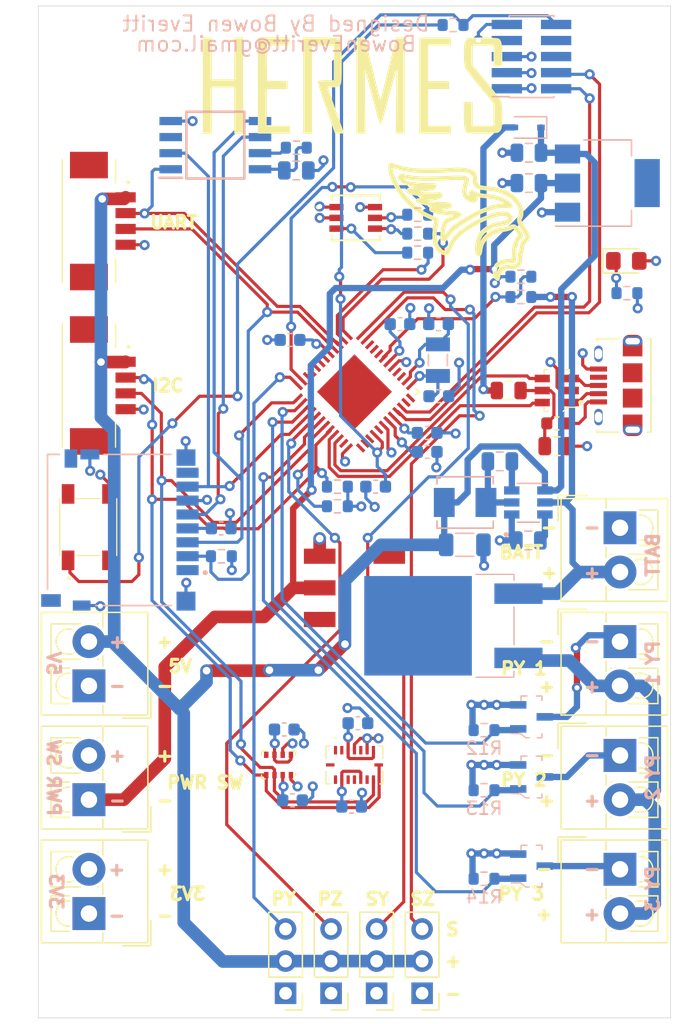
<source format=kicad_pcb>
(kicad_pcb (version 20171130) (host pcbnew "(5.1.9)-1")
  (layers (0 F.Cu signal) (1 In1.Cu power) (2 In2.Cu power) (31 B.Cu signal) (34 B.Paste user) (35 F.Paste user) (36 B.SilkS user) (37 F.SilkS user) (38 B.Mask user) (39 F.Mask user) (44 Edge.Cuts user))
  (net 0 "")
  (net 1 GND)
  (net 2 "Net-(C1-Pad2)")
  (net 3 "Net-(C2-Pad1)")
  (net 4 "Net-(C3-Pad2)")
  (net 5 "Net-(C4-Pad2)")
  (net 6 VDDIO)
  (net 7 "Net-(C6-Pad1)")
  (net 8 "Net-(C6-Pad2)")
  (net 9 +5V)
  (net 10 "Net-(C8-Pad2)")
  (net 11 "Net-(C10-Pad1)")
  (net 12 TG_RESET)
  (net 13 PWR_SW)
  (net 14 "Net-(C18-Pad1)")
  (net 15 "Net-(C19-Pad1)")
  (net 16 "Net-(D1-Pad1)")
  (net 17 "Net-(D1-Pad3)")
  (net 18 USB_D+)
  (net 19 USB_D-)
  (net 20 VBUS)
  (net 21 "Net-(D3-Pad1)")
  (net 22 "Net-(D4-Pad5)")
  (net 23 "Net-(D4-Pad6)")
  (net 24 "Net-(D4-Pad4)")
  (net 25 "Net-(FB1-Pad2)")
  (net 26 "Net-(IC1-Pad3)")
  (net 27 "Net-(IC1-Pad4)")
  (net 28 VOLTAGE)
  (net 29 "Net-(IC1-Pad8)")
  (net 30 "Net-(IC1-Pad9)")
  (net 31 "Net-(IC1-Pad10)")
  (net 32 TVCZ)
  (net 33 TVCY)
  (net 34 LEDR)
  (net 35 LEDG)
  (net 36 FLASH_CS)
  (net 37 RX)
  (net 38 "Net-(IC1-Pad18)")
  (net 39 "Net-(IC1-Pad19)")
  (net 40 "Net-(IC1-Pad20)")
  (net 41 "Net-(IC1-Pad21)")
  (net 42 "Net-(IC1-Pad22)")
  (net 43 LEDB)
  (net 44 PROP_Y)
  (net 45 MOSI)
  (net 46 PY1)
  (net 47 PY2)
  (net 48 MISO)
  (net 49 PROP_Z)
  (net 50 PY3)
  (net 51 SDA)
  (net 52 SCL)
  (net 53 "Net-(IC1-Pad35)")
  (net 54 "Net-(IC1-Pad37)")
  (net 55 "Net-(IC1-Pad38)")
  (net 56 "Net-(IC1-Pad39)")
  (net 57 "Net-(IC1-Pad41)")
  (net 58 SWCLK)
  (net 59 SWDIO)
  (net 60 "Net-(IC1-Pad47)")
  (net 61 "Net-(IC1-Pad48)")
  (net 62 "Net-(IC1-Pad49)")
  (net 63 R_IN)
  (net 64 "Net-(IC3-Pad3)")
  (net 65 SCK)
  (net 66 "Net-(IC3-Pad7)")
  (net 67 "Net-(J5-Pad4)")
  (net 68 "Net-(J6-PadMP2)")
  (net 69 "Net-(J6-PadMP1)")
  (net 70 "Net-(J7-PadMP1)")
  (net 71 "Net-(J7-PadMP2)")
  (net 72 SWO)
  (net 73 "Net-(J10-Pad7)")
  (net 74 "Net-(J10-Pad8)")
  (net 75 RESET)
  (net 76 "Net-(J14-Pad1)")
  (net 77 R_OUT)
  (net 78 "Net-(J15-Pad1)")
  (net 79 "Net-(J16-Pad1)")
  (net 80 "Net-(S1-Pad2)")
  (net 81 "Net-(S1-Pad3)")
  (net 82 "Net-(S2-Pad3)")
  (net 83 "Net-(S2-Pad4)")
  (net 84 "Net-(S2-Pad5)")
  (net 85 "Net-(S2-Pad6)")
  (net 86 "Net-(U2-Pad1)")
  (net 87 "Net-(U2-Pad5)")
  (net 88 "Net-(U2-Pad10)")
  (net 89 "Net-(U2-Pad12)")
  (net 90 "Net-(U2-Pad13)")
  (net 91 "Net-(U2-Pad15)")
  (net 92 "Net-(U2-Pad16)")
  (net 93 "Net-(U3-Pad5)")
  (net 94 "Net-(J14-Pad8)")
  (net 95 "Net-(J14-PadSWB)")
  (net 96 "Net-(J14-PadSWA)")
  (net 97 "Net-(J17-Pad1)")
  (module LogoSilkscreens:HermesText (layer F.Cu) (at 44.75 26.15)
    (fp_text reference G*** hide)
    (fp_text value LOGO hide)
  )
  (module LogoSilkscreens:HermesLogo (layer F.Cu) (at 54.225 36.05)
    (fp_text reference G*** hide)
    (fp_text value LOGO hide)
  )
  (module Resistor_SMD:R_0603_1608Metric (layer B.Cu) (at 34.475 63.5)
    (fp_text reference R11)
    (fp_text value 10k)
    (pad 2 smd roundrect (at 0.825 0) (size 0.8 0.95) (layers B.Cu B.Paste B.Mask) (net 6 VDDIO))
    (pad 1 smd roundrect (at -0.825 0) (size 0.8 0.95) (layers B.Cu B.Paste B.Mask) (net 37 RX))
  )
  (module Capacitor_SMD:C_0603_1608Metric (layer B.Cu) (at 39.9 46.4)
    (fp_text reference C5)
    (fp_text value 0.1u)
    (pad 2 smd roundrect (at 0.775 0) (size 0.9 0.95) (layers B.Cu B.Paste B.Mask) (net 6 VDDIO))
    (pad 1 smd roundrect (at -0.775 0) (size 0.9 0.95) (layers B.Cu B.Paste B.Mask) (net 1 GND))
  )
  (module Resistor_SMD:R_0603_1608Metric (layer B.Cu) (at 55.25 89)
    (fp_text reference R14 (at 0 1.43) (layer B.SilkS) (effects (justify mirror)))
    (fp_text value 470)
    (pad 2 smd roundrect (at 0.825 0) (size 0.8 0.95) (layers B.Cu B.Paste B.Mask) (net 50 PY3))
    (pad 1 smd roundrect (at -0.825 0) (size 0.8 0.95) (layers B.Cu B.Paste B.Mask) (net 1 GND))
  )
  (module Resistor_SMD:R_0603_1608Metric (layer B.Cu) (at 55.25 82)
    (fp_text reference R13 (at 0 1.43) (layer B.SilkS) (effects (justify mirror)))
    (fp_text value 470)
    (pad 2 smd roundrect (at 0.825 0) (size 0.8 0.95) (layers B.Cu B.Paste B.Mask) (net 47 PY2))
    (pad 1 smd roundrect (at -0.825 0) (size 0.8 0.95) (layers B.Cu B.Paste B.Mask) (net 1 GND))
  )
  (module Resistor_SMD:R_0603_1608Metric (layer B.Cu) (at 55.25 77.25)
    (fp_text reference R12 (at 0 1.43) (layer B.SilkS) (effects (justify mirror)))
    (fp_text value 470)
    (pad 2 smd roundrect (at 0.825 0) (size 0.8 0.95) (layers B.Cu B.Paste B.Mask) (net 46 PY1))
    (pad 1 smd roundrect (at -0.825 0) (size 0.8 0.95) (layers B.Cu B.Paste B.Mask) (net 1 GND))
  )
  (module footprints:ATSAMD21G18A-MUT (layer F.Cu) (at 45 50.5 225)
    (fp_text reference IC1)
    (fp_text value ATSAMD21G18A-MUT)
    (pad 49 smd rect (at 0 0 225) (size 4.191 4.191) (layers F.Cu F.Paste F.Mask) (net 62 "Net-(IC1-Pad49)"))
    (pad 48 smd rect (at -2.794 -3.4798 225) (size 0.254 0.8128) (layers F.Cu F.Paste F.Mask) (net 61 "Net-(IC1-Pad48)"))
    (pad 47 smd rect (at -2.286 -3.4798 225) (size 0.254 0.8128) (layers F.Cu F.Paste F.Mask) (net 60 "Net-(IC1-Pad47)"))
    (pad 46 smd rect (at -1.778 -3.4798 225) (size 0.254 0.8128) (layers F.Cu F.Paste F.Mask) (net 59 SWDIO))
    (pad 45 smd rect (at -1.27 -3.4798 225) (size 0.254 0.8128) (layers F.Cu F.Paste F.Mask) (net 58 SWCLK))
    (pad 44 smd rect (at -0.762 -3.4798 225) (size 0.254 0.8128) (layers F.Cu F.Paste F.Mask) (net 6 VDDIO))
    (pad 43 smd rect (at -0.254 -3.4798 225) (size 0.254 0.8128) (layers F.Cu F.Paste F.Mask) (net 11 "Net-(C10-Pad1)"))
    (pad 42 smd rect (at 0.254 -3.4798 225) (size 0.254 0.8128) (layers F.Cu F.Paste F.Mask) (net 1 GND))
    (pad 41 smd rect (at 0.762 -3.4798 225) (size 0.254 0.8128) (layers F.Cu F.Paste F.Mask) (net 57 "Net-(IC1-Pad41)"))
    (pad 40 smd rect (at 1.27 -3.4798 225) (size 0.254 0.8128) (layers F.Cu F.Paste F.Mask) (net 12 TG_RESET))
    (pad 39 smd rect (at 1.778 -3.4798 225) (size 0.254 0.8128) (layers F.Cu F.Paste F.Mask) (net 56 "Net-(IC1-Pad39)"))
    (pad 38 smd rect (at 2.286 -3.4798 225) (size 0.254 0.8128) (layers F.Cu F.Paste F.Mask) (net 55 "Net-(IC1-Pad38)"))
    (pad 37 smd rect (at 2.794 -3.4798 225) (size 0.254 0.8128) (layers F.Cu F.Paste F.Mask) (net 54 "Net-(IC1-Pad37)"))
    (pad 36 smd rect (at 3.4798 -2.794 315) (size 0.254 0.8128) (layers F.Cu F.Paste F.Mask) (net 6 VDDIO))
    (pad 35 smd rect (at 3.4798 -2.286 315) (size 0.254 0.8128) (layers F.Cu F.Paste F.Mask) (net 53 "Net-(IC1-Pad35)"))
    (pad 34 smd rect (at 3.4798 -1.778 315) (size 0.254 0.8128) (layers F.Cu F.Paste F.Mask) (net 18 USB_D+))
    (pad 33 smd rect (at 3.4798 -1.27 315) (size 0.254 0.8128) (layers F.Cu F.Paste F.Mask) (net 19 USB_D-))
    (pad 32 smd rect (at 3.4798 -0.762 315) (size 0.254 0.8128) (layers F.Cu F.Paste F.Mask) (net 52 SCL))
    (pad 31 smd rect (at 3.4798 -0.254 315) (size 0.254 0.8128) (layers F.Cu F.Paste F.Mask) (net 51 SDA))
    (pad 30 smd rect (at 3.4798 0.254 315) (size 0.254 0.8128) (layers F.Cu F.Paste F.Mask) (net 50 PY3))
    (pad 29 smd rect (at 3.4798 0.762 315) (size 0.254 0.8128) (layers F.Cu F.Paste F.Mask) (net 49 PROP_Z))
    (pad 28 smd rect (at 3.4798 1.27 315) (size 0.254 0.8128) (layers F.Cu F.Paste F.Mask) (net 48 MISO))
    (pad 27 smd rect (at 3.4798 1.778 315) (size 0.254 0.8128) (layers F.Cu F.Paste F.Mask) (net 47 PY2))
    (pad 26 smd rect (at 3.4798 2.286 315) (size 0.254 0.8128) (layers F.Cu F.Paste F.Mask) (net 46 PY1))
    (pad 25 smd rect (at 3.4798 2.794 315) (size 0.254 0.8128) (layers F.Cu F.Paste F.Mask) (net 45 MOSI))
    (pad 24 smd rect (at 2.794 3.4798 225) (size 0.254 0.8128) (layers F.Cu F.Paste F.Mask) (net 44 PROP_Y))
    (pad 23 smd rect (at 2.286 3.4798 225) (size 0.254 0.8128) (layers F.Cu F.Paste F.Mask) (net 43 LEDB))
    (pad 22 smd rect (at 1.778 3.4798 225) (size 0.254 0.8128) (layers F.Cu F.Paste F.Mask) (net 42 "Net-(IC1-Pad22)"))
    (pad 21 smd rect (at 1.27 3.4798 225) (size 0.254 0.8128) (layers F.Cu F.Paste F.Mask) (net 41 "Net-(IC1-Pad21)"))
    (pad 20 smd rect (at 0.762 3.4798 225) (size 0.254 0.8128) (layers F.Cu F.Paste F.Mask) (net 40 "Net-(IC1-Pad20)"))
    (pad 19 smd rect (at 0.254 3.4798 225) (size 0.254 0.8128) (layers F.Cu F.Paste F.Mask) (net 39 "Net-(IC1-Pad19)"))
    (pad 18 smd rect (at -0.254 3.4798 225) (size 0.254 0.8128) (layers F.Cu F.Paste F.Mask) (net 38 "Net-(IC1-Pad18)"))
    (pad 17 smd rect (at -0.762 3.4798 225) (size 0.254 0.8128) (layers F.Cu F.Paste F.Mask) (net 6 VDDIO))
    (pad 16 smd rect (at -1.27 3.4798 225) (size 0.254 0.8128) (layers F.Cu F.Paste F.Mask) (net 37 RX))
    (pad 15 smd rect (at -1.778 3.4798 225) (size 0.254 0.8128) (layers F.Cu F.Paste F.Mask) (net 36 FLASH_CS))
    (pad 14 smd rect (at -2.286 3.4798 225) (size 0.254 0.8128) (layers F.Cu F.Paste F.Mask) (net 35 LEDG))
    (pad 13 smd rect (at -2.794 3.4798 225) (size 0.254 0.8128) (layers F.Cu F.Paste F.Mask) (net 34 LEDR))
    (pad 12 smd rect (at -3.4798 2.794 315) (size 0.254 0.8128) (layers F.Cu F.Paste F.Mask) (net 33 TVCY))
    (pad 11 smd rect (at -3.4798 2.286 315) (size 0.254 0.8128) (layers F.Cu F.Paste F.Mask) (net 32 TVCZ))
    (pad 10 smd rect (at -3.4798 1.778 315) (size 0.254 0.8128) (layers F.Cu F.Paste F.Mask) (net 31 "Net-(IC1-Pad10)"))
    (pad 9 smd rect (at -3.4798 1.27 315) (size 0.254 0.8128) (layers F.Cu F.Paste F.Mask) (net 30 "Net-(IC1-Pad9)"))
    (pad 8 smd rect (at -3.4798 0.762 315) (size 0.254 0.8128) (layers F.Cu F.Paste F.Mask) (net 29 "Net-(IC1-Pad8)"))
    (pad 7 smd rect (at -3.4798 0.254 315) (size 0.254 0.8128) (layers F.Cu F.Paste F.Mask) (net 28 VOLTAGE))
    (pad 6 smd rect (at -3.4798 -0.254 315) (size 0.254 0.8128) (layers F.Cu F.Paste F.Mask) (net 3 "Net-(C2-Pad1)"))
    (pad 5 smd rect (at -3.4798 -0.762 315) (size 0.254 0.8128) (layers F.Cu F.Paste F.Mask) (net 1 GND))
    (pad 4 smd rect (at -3.4798 -1.27 315) (size 0.254 0.8128) (layers F.Cu F.Paste F.Mask) (net 27 "Net-(IC1-Pad4)"))
    (pad 3 smd rect (at -3.4798 -1.778 315) (size 0.254 0.8128) (layers F.Cu F.Paste F.Mask) (net 26 "Net-(IC1-Pad3)"))
    (pad 2 smd rect (at -3.4798 -2.286 315) (size 0.254 0.8128) (layers F.Cu F.Paste F.Mask) (net 4 "Net-(C3-Pad2)"))
    (pad 1 smd rect (at -3.4798 -2.794 315) (size 0.254 0.8128) (layers F.Cu F.Paste F.Mask) (net 5 "Net-(C4-Pad2)"))
  )
  (module SamacSys_Parts:JS202011SCQN (layer F.Cu) (at 45 66 270)
    (fp_text reference S2)
    (fp_text value "BATT SW" hide)
    (pad 6 smd rect (at -2.5 -2.75 270) (size 1.2 2.5) (layers F.Cu F.Paste F.Mask) (net 85 "Net-(S2-Pad6)"))
    (pad 5 smd rect (at 0 -2.75 270) (size 1.2 2.5) (layers F.Cu F.Paste F.Mask) (net 84 "Net-(S2-Pad5)"))
    (pad 4 smd rect (at 2.5 -2.75 270) (size 1.2 2.5) (layers F.Cu F.Paste F.Mask) (net 83 "Net-(S2-Pad4)"))
    (pad 3 smd rect (at 2.5 2.75 270) (size 1.2 2.5) (layers F.Cu F.Paste F.Mask) (net 82 "Net-(S2-Pad3)"))
    (pad 2 smd rect (at 0 2.75 270) (size 1.2 2.5) (layers F.Cu F.Paste F.Mask) (net 13 PWR_SW))
    (pad 1 smd rect (at -2.5 2.75 270) (size 1.2 2.5) (layers F.Cu F.Paste F.Mask) (net 6 VDDIO))
  )
  (module SamacSys_Parts:BMI088 (layer F.Cu) (at 45 80)
    (fp_text reference U2)
    (fp_text value BMI088 hide)
    (pad 16 smd rect (at -1.915 0 90) (size 0.25 0.675) (layers F.Cu F.Paste F.Mask) (net 92 "Net-(U2-Pad16)"))
    (pad 15 smd rect (at -1.5 1.165) (size 0.25 0.675) (layers F.Cu F.Paste F.Mask) (net 91 "Net-(U2-Pad15)"))
    (pad 14 smd rect (at -1 1.165) (size 0.25 0.675) (layers F.Cu F.Paste F.Mask) (net 6 VDDIO))
    (pad 13 smd rect (at -0.5 1.165) (size 0.25 0.675) (layers F.Cu F.Paste F.Mask) (net 90 "Net-(U2-Pad13)"))
    (pad 12 smd rect (at 0 1.165) (size 0.25 0.675) (layers F.Cu F.Paste F.Mask) (net 89 "Net-(U2-Pad12)"))
    (pad 11 smd rect (at 0.5 1.165) (size 0.25 0.675) (layers F.Cu F.Paste F.Mask) (net 6 VDDIO))
    (pad 10 smd rect (at 1 1.165) (size 0.25 0.675) (layers F.Cu F.Paste F.Mask) (net 88 "Net-(U2-Pad10)"))
    (pad 9 smd rect (at 1.5 1.165) (size 0.25 0.675) (layers F.Cu F.Paste F.Mask) (net 51 SDA))
    (pad 8 smd rect (at 1.915 0 90) (size 0.25 0.675) (layers F.Cu F.Paste F.Mask) (net 52 SCL))
    (pad 7 smd rect (at 1.5 -1.165) (size 0.25 0.675) (layers F.Cu F.Paste F.Mask) (net 6 VDDIO))
    (pad 6 smd rect (at 1 -1.165) (size 0.25 0.675) (layers F.Cu F.Paste F.Mask) (net 1 GND))
    (pad 5 smd rect (at 0.5 -1.165) (size 0.25 0.675) (layers F.Cu F.Paste F.Mask) (net 87 "Net-(U2-Pad5)"))
    (pad 4 smd rect (at 0 -1.165) (size 0.25 0.675) (layers F.Cu F.Paste F.Mask) (net 1 GND))
    (pad 3 smd rect (at -0.5 -1.165) (size 0.25 0.675) (layers F.Cu F.Paste F.Mask) (net 6 VDDIO))
    (pad 2 smd rect (at -1 -1.165) (size 0.25 0.675) (layers F.Cu F.Paste F.Mask))
    (pad 1 smd rect (at -1.5 -1.165) (size 0.25 0.675) (layers F.Cu F.Paste F.Mask) (net 86 "Net-(U2-Pad1)"))
  )
  (module footprints:HRS_DM3D-SF (layer B.Cu) (at 31.8 61.4 270)
    (fp_text reference J14)
    (fp_text value DM3D-SF hide)
    (pad SWA smd rect (at 5.6 10.8 270) (size 1 1.55) (layers B.Cu B.Paste B.Mask) (net 96 "Net-(J14-PadSWA)"))
    (pad S4 smd rect (at 6 8.375 270) (size 0.8 1.4) (layers B.Cu B.Paste B.Mask) (net 1 GND))
    (pad SWB smd rect (at -5.625 9.225 270) (size 1.45 1) (layers B.Cu B.Paste B.Mask) (net 95 "Net-(J14-PadSWB)"))
    (pad S3 smd rect (at -5.95 7.725 270) (size 0.8 1.5) (layers B.Cu B.Paste B.Mask) (net 1 GND))
    (pad 1 smd rect (at 3.2 0 270) (size 0.8 1.75) (layers B.Cu B.Paste B.Mask) (net 76 "Net-(J14-Pad1)"))
    (pad 2 smd rect (at 2.1 0 270) (size 0.8 1.75) (layers B.Cu B.Paste B.Mask) (net 37 RX))
    (pad 3 smd rect (at 1 0 270) (size 0.8 1.75) (layers B.Cu B.Paste B.Mask) (net 45 MOSI))
    (pad 4 smd rect (at -0.1 0 270) (size 0.8 1.75) (layers B.Cu B.Paste B.Mask) (net 14 "Net-(C18-Pad1)"))
    (pad 5 smd rect (at -1.2 0 270) (size 0.8 1.75) (layers B.Cu B.Paste B.Mask) (net 65 SCK))
    (pad 6 smd rect (at -2.3 0 270) (size 0.8 1.75) (layers B.Cu B.Paste B.Mask) (net 1 GND))
    (pad 7 smd rect (at -3.4 0 270) (size 0.8 1.75) (layers B.Cu B.Paste B.Mask) (net 48 MISO))
    (pad S2 smd rect (at 5.65 0.125 270) (size 1.5 1.5) (layers B.Cu B.Paste B.Mask) (net 1 GND))
    (pad S1 smd rect (at -5.7 0.125 270) (size 1.3 1.5) (layers B.Cu B.Paste B.Mask) (net 1 GND))
    (pad 8 smd rect (at -4.5 0 270) (size 0.8 1.75) (layers B.Cu B.Paste B.Mask) (net 94 "Net-(J14-Pad8)"))
  )
  (module footprints:IND_ECS-MPI4040R2-4R7-R (layer B.Cu) (at 53.75 59.25 180)
    (fp_text reference L1)
    (fp_text value 4.7uH)
    (pad 2 smd rect (at 1.65 0 180) (size 1.65 2.3) (layers B.Cu B.Paste B.Mask) (net 9 +5V))
    (pad 1 smd rect (at -1.65 0 180) (size 1.65 2.3) (layers B.Cu B.Paste B.Mask) (net 7 "Net-(C6-Pad1)"))
  )
  (module Capacitor_SMD:C_0603_1608Metric (layer B.Cu) (at 50.75 53.75)
    (fp_text reference C9)
    (fp_text value 0.1u)
    (pad 2 smd roundrect (at 0.775 0) (size 0.9 0.95) (layers B.Cu B.Paste B.Mask) (net 1 GND))
    (pad 1 smd roundrect (at -0.775 0) (size 0.9 0.95) (layers B.Cu B.Paste B.Mask) (net 6 VDDIO))
  )
  (module footprints:CRYSTAL_ECS (layer B.Cu) (at 51.6 48 270)
    (fp_text reference Y1)
    (fp_text value 32.768KHz)
    (pad 2 smd rect (at 1.25 0 270) (size 1.1 1.9) (layers B.Cu B.Paste B.Mask) (net 5 "Net-(C4-Pad2)"))
    (pad 1 smd rect (at -1.25 0 270) (size 1.1 1.9) (layers B.Cu B.Paste B.Mask) (net 4 "Net-(C3-Pad2)"))
  )
  (module digikey-footprints:LGA-8_2x2.5mm_BMP280 (layer F.Cu) (at 39 80 270)
    (fp_text reference U3)
    (fp_text value BMP280)
    (pad 8 smd rect (at -0.8 -0.975 270) (size 0.5 0.35) (layers F.Cu F.Paste F.Mask) (net 6 VDDIO))
    (pad 7 smd rect (at -0.8 -0.325 270) (size 0.5 0.35) (layers F.Cu F.Paste F.Mask) (net 1 GND))
    (pad 6 smd rect (at -0.8 0.325 270) (size 0.5 0.35) (layers F.Cu F.Paste F.Mask) (net 6 VDDIO))
    (pad 5 smd rect (at -0.8 0.975 270) (size 0.5 0.35) (layers F.Cu F.Paste F.Mask) (net 93 "Net-(U3-Pad5)"))
    (pad 4 smd rect (at 0.8 0.975 270) (size 0.5 0.35) (layers F.Cu F.Paste F.Mask) (net 52 SCL))
    (pad 3 smd rect (at 0.8 0.325 270) (size 0.5 0.35) (layers F.Cu F.Paste F.Mask) (net 51 SDA))
    (pad 2 smd rect (at 0.8 -0.325 270) (size 0.5 0.35) (layers F.Cu F.Paste F.Mask) (net 6 VDDIO))
    (pad 1 smd rect (at 0.8 -0.975 270) (size 0.5 0.35) (layers F.Cu F.Paste F.Mask) (net 1 GND))
  )
  (module Package_TO_SOT_SMD:SOT-223 (layer B.Cu) (at 65 34)
    (fp_text reference U1)
    (fp_text value AZ1117-3.3)
    (pad 1 smd rect (at -3.15 2.3) (size 2 1.5) (layers B.Cu B.Paste B.Mask) (net 1 GND))
    (pad 3 smd rect (at -3.15 -2.3) (size 2 1.5) (layers B.Cu B.Paste B.Mask) (net 9 +5V))
    (pad 2 smd rect (at -3.15 0) (size 2 1.5) (layers B.Cu B.Paste B.Mask) (net 13 PWR_SW))
    (pad 4 smd rect (at 3.15 0) (size 2 3.8) (layers B.Cu B.Paste B.Mask))
  )
  (module SamacSys_Parts:PTS647SK38SMTR2LFS (layer F.Cu) (at 23.95 61.2 90)
    (fp_text reference S1)
    (fp_text value PTS_647_SK38_SMTR2_LFS hide)
    (pad 4 smd rect (at 2.625 1.6 180) (size 1 1.55) (layers F.Cu F.Paste F.Mask) (net 1 GND))
    (pad 3 smd rect (at -2.625 1.6 180) (size 1 1.55) (layers F.Cu F.Paste F.Mask) (net 81 "Net-(S1-Pad3)"))
    (pad 2 smd rect (at 2.625 -1.6 180) (size 1 1.55) (layers F.Cu F.Paste F.Mask) (net 80 "Net-(S1-Pad2)"))
    (pad 1 smd rect (at -2.625 -1.6 180) (size 1 1.55) (layers F.Cu F.Paste F.Mask) (net 75 RESET))
  )
  (module Resistor_SMD:R_0603_1608Metric (layer B.Cu) (at 40.4 31.2)
    (fp_text reference R15)
    (fp_text value 470)
    (pad 2 smd roundrect (at 0.825 0) (size 0.8 0.95) (layers B.Cu B.Paste B.Mask) (net 15 "Net-(C19-Pad1)"))
    (pad 1 smd roundrect (at -0.825 0) (size 0.8 0.95) (layers B.Cu B.Paste B.Mask) (net 66 "Net-(IC3-Pad7)"))
  )
  (module SamacSys_Parts:PWR163S25R400FE (layer B.Cu) (at 54 69 270)
    (fp_text reference R10)
    (fp_text value 0.4 hide)
    (pad 3 smd rect (at 0 3.97 270) (size 7.87 8.51) (layers B.Cu B.Paste B.Mask))
    (pad 2 smd rect (at 2.54 -3.97 270) (size 1.62 3.81) (layers B.Cu B.Paste B.Mask) (net 77 R_OUT))
    (pad 1 smd rect (at -2.54 -3.97 270) (size 1.62 3.81) (layers B.Cu B.Paste B.Mask) (net 63 R_IN))
  )
  (module Resistor_SMD:R_0603_1608Metric (layer B.Cu) (at 50 36.5)
    (fp_text reference R9)
    (fp_text value 5.6)
    (pad 2 smd roundrect (at 0.825 0) (size 0.8 0.95) (layers B.Cu B.Paste B.Mask) (net 43 LEDB))
    (pad 1 smd roundrect (at -0.825 0) (size 0.8 0.95) (layers B.Cu B.Paste B.Mask) (net 24 "Net-(D4-Pad4)"))
  )
  (module Resistor_SMD:R_0603_1608Metric (layer B.Cu) (at 50 39.5)
    (fp_text reference R8)
    (fp_text value 5.6)
    (pad 2 smd roundrect (at 0.825 0) (size 0.8 0.95) (layers B.Cu B.Paste B.Mask) (net 35 LEDG))
    (pad 1 smd roundrect (at -0.825 0) (size 0.8 0.95) (layers B.Cu B.Paste B.Mask) (net 22 "Net-(D4-Pad5)"))
  )
  (module Resistor_SMD:R_0603_1608Metric (layer B.Cu) (at 43.65 58)
    (fp_text reference R7)
    (fp_text value 4.7k)
    (pad 2 smd roundrect (at 0.825 0) (size 0.8 0.95) (layers B.Cu B.Paste B.Mask) (net 6 VDDIO))
    (pad 1 smd roundrect (at -0.825 0) (size 0.8 0.95) (layers B.Cu B.Paste B.Mask) (net 52 SCL))
  )
  (module Resistor_SMD:R_0603_1608Metric (layer B.Cu) (at 50 38)
    (fp_text reference R6)
    (fp_text value 68)
    (pad 2 smd roundrect (at 0.825 0) (size 0.8 0.95) (layers B.Cu B.Paste B.Mask) (net 34 LEDR))
    (pad 1 smd roundrect (at -0.825 0) (size 0.8 0.95) (layers B.Cu B.Paste B.Mask) (net 23 "Net-(D4-Pad6)"))
  )
  (module Resistor_SMD:R_0603_1608Metric (layer B.Cu) (at 43.65 59.55)
    (fp_text reference R5)
    (fp_text value 4.7k)
    (pad 2 smd roundrect (at 0.825 0) (size 0.8 0.95) (layers B.Cu B.Paste B.Mask) (net 6 VDDIO))
    (pad 1 smd roundrect (at -0.825 0) (size 0.8 0.95) (layers B.Cu B.Paste B.Mask) (net 51 SDA))
  )
  (module Resistor_SMD:R_0603_1608Metric (layer B.Cu) (at 58.16 41.4)
    (fp_text reference R4)
    (fp_text value 100k)
    (pad 2 smd roundrect (at 0.825 0) (size 0.8 0.95) (layers B.Cu B.Paste B.Mask) (net 28 VOLTAGE))
    (pad 1 smd roundrect (at -0.825 0) (size 0.8 0.95) (layers B.Cu B.Paste B.Mask) (net 1 GND))
  )
  (module Resistor_SMD:R_0603_1608Metric (layer B.Cu) (at 58.16 43.005)
    (fp_text reference R3)
    (fp_text value 200k)
    (pad 2 smd roundrect (at 0.825 0) (size 0.8 0.95) (layers B.Cu B.Paste B.Mask) (net 63 R_IN))
    (pad 1 smd roundrect (at -0.825 0) (size 0.8 0.95) (layers B.Cu B.Paste B.Mask) (net 28 VOLTAGE))
  )
  (module Resistor_SMD:R_0603_1608Metric (layer B.Cu) (at 52.8 21.5 180)
    (fp_text reference R2)
    (fp_text value 330)
    (pad 2 smd roundrect (at 0.825 0 180) (size 0.8 0.95) (layers B.Cu B.Paste B.Mask) (net 12 TG_RESET))
    (pad 1 smd roundrect (at -0.825 0 180) (size 0.8 0.95) (layers B.Cu B.Paste B.Mask) (net 75 RESET))
  )
  (module Resistor_SMD:R_0603_1608Metric (layer B.Cu) (at 66.55 42.7 180)
    (fp_text reference R1)
    (fp_text value 1.5k)
    (pad 2 smd roundrect (at 0.825 0 180) (size 0.8 0.95) (layers B.Cu B.Paste B.Mask) (net 21 "Net-(D3-Pad1)"))
    (pad 1 smd roundrect (at -0.825 0 180) (size 0.8 0.95) (layers B.Cu B.Paste B.Mask) (net 1 GND))
  )
  (module digikey-footprints:SOT-23-3 (layer B.Cu) (at 59 88)
    (fp_text reference Q3)
    (fp_text value " ")
    (pad 1 smd rect (at -1.05 0.95) (size 1.3 0.6) (layers B.Cu B.Paste B.Mask) (net 50 PY3))
    (pad 2 smd rect (at -1.05 -0.95) (size 1.3 0.6) (layers B.Cu B.Paste B.Mask) (net 1 GND))
    (pad 3 smd rect (at 1.05 0) (size 1.3 0.6) (layers B.Cu B.Paste B.Mask) (net 97 "Net-(J17-Pad1)"))
  )
  (module digikey-footprints:SOT-23-3 (layer B.Cu) (at 59 80.95)
    (fp_text reference Q2)
    (fp_text value " ")
    (pad 1 smd rect (at -1.05 0.95) (size 1.3 0.6) (layers B.Cu B.Paste B.Mask) (net 47 PY2))
    (pad 2 smd rect (at -1.05 -0.95) (size 1.3 0.6) (layers B.Cu B.Paste B.Mask) (net 1 GND))
    (pad 3 smd rect (at 1.05 0) (size 1.3 0.6) (layers B.Cu B.Paste B.Mask) (net 79 "Net-(J16-Pad1)"))
  )
  (module digikey-footprints:SOT-23-3 (layer B.Cu) (at 59 76.2)
    (fp_text reference Q1)
    (fp_text value " ")
    (pad 1 smd rect (at -1.05 0.95) (size 1.3 0.6) (layers B.Cu B.Paste B.Mask) (net 46 PY1))
    (pad 2 smd rect (at -1.05 -0.95) (size 1.3 0.6) (layers B.Cu B.Paste B.Mask) (net 1 GND))
    (pad 3 smd rect (at 1.05 0) (size 1.3 0.6) (layers B.Cu B.Paste B.Mask) (net 78 "Net-(J15-Pad1)"))
  )
  (module TerminalBlock_4Ucon:TerminalBlock_4Ucon_1x02_P3.50mm_Vertical (layer F.Cu) (at 66 88.25 270)
    (fp_text reference J17)
    (fp_text value PYRO3)
    (pad 2 thru_hole circle (at 3.5 0 270) (size 2.6 2.6) (drill 1.3) (layers *.Cu *.Mask) (net 77 R_OUT))
    (pad 1 thru_hole rect (at 0 0 270) (size 2.6 2.6) (drill 1.3) (layers *.Cu *.Mask) (net 97 "Net-(J17-Pad1)"))
  )
  (module TerminalBlock_4Ucon:TerminalBlock_4Ucon_1x02_P3.50mm_Vertical (layer F.Cu) (at 66 79.25 270)
    (fp_text reference J16)
    (fp_text value PYRO2)
    (pad 2 thru_hole circle (at 3.5 0 270) (size 2.6 2.6) (drill 1.3) (layers *.Cu *.Mask) (net 77 R_OUT))
    (pad 1 thru_hole rect (at 0 0 270) (size 2.6 2.6) (drill 1.3) (layers *.Cu *.Mask) (net 79 "Net-(J16-Pad1)"))
  )
  (module TerminalBlock_4Ucon:TerminalBlock_4Ucon_1x02_P3.50mm_Vertical (layer F.Cu) (at 66 70.25 270)
    (fp_text reference J15)
    (fp_text value PYRO1)
    (pad 2 thru_hole circle (at 3.5 0 270) (size 2.6 2.6) (drill 1.3) (layers *.Cu *.Mask) (net 77 R_OUT))
    (pad 1 thru_hole rect (at 0 0 270) (size 2.6 2.6) (drill 1.3) (layers *.Cu *.Mask) (net 78 "Net-(J15-Pad1)"))
  )
  (module TerminalBlock_4Ucon:TerminalBlock_4Ucon_1x02_P3.50mm_Vertical (layer F.Cu) (at 24 82.75 90)
    (fp_text reference J12)
    (fp_text value "BATT SW BY")
    (pad 2 thru_hole circle (at 3.5 0 90) (size 2.6 2.6) (drill 1.3) (layers *.Cu *.Mask) (net 6 VDDIO))
    (pad 1 thru_hole rect (at 0 0 90) (size 2.6 2.6) (drill 1.3) (layers *.Cu *.Mask) (net 13 PWR_SW))
  )
  (module TerminalBlock_4Ucon:TerminalBlock_4Ucon_1x02_P3.50mm_Vertical (layer F.Cu) (at 66 61.25 270)
    (fp_text reference J11)
    (fp_text value "BATT IN")
    (pad 2 thru_hole circle (at 3.5 0 270) (size 2.6 2.6) (drill 1.3) (layers *.Cu *.Mask) (net 63 R_IN))
    (pad 1 thru_hole rect (at 0 0 270) (size 2.6 2.6) (drill 1.3) (layers *.Cu *.Mask) (net 1 GND))
  )
  (module Connector_PinHeader_1.27mm:PinHeader_2x05_P1.27mm_Vertical_SMD (layer B.Cu) (at 59 24)
    (fp_text reference J10)
    (fp_text value SWD)
    (pad 10 smd rect (at 1.95 -2.54) (size 2.4 0.74) (layers B.Cu B.Paste B.Mask) (net 75 RESET))
    (pad 9 smd rect (at -1.95 -2.54) (size 2.4 0.74) (layers B.Cu B.Paste B.Mask) (net 1 GND))
    (pad 8 smd rect (at 1.95 -1.27) (size 2.4 0.74) (layers B.Cu B.Paste B.Mask) (net 74 "Net-(J10-Pad8)"))
    (pad 7 smd rect (at -1.95 -1.27) (size 2.4 0.74) (layers B.Cu B.Paste B.Mask) (net 73 "Net-(J10-Pad7)"))
    (pad 6 smd rect (at 1.95 0) (size 2.4 0.74) (layers B.Cu B.Paste B.Mask) (net 72 SWO))
    (pad 5 smd rect (at -1.95 0) (size 2.4 0.74) (layers B.Cu B.Paste B.Mask) (net 1 GND))
    (pad 4 smd rect (at 1.95 1.27) (size 2.4 0.74) (layers B.Cu B.Paste B.Mask) (net 58 SWCLK))
    (pad 3 smd rect (at -1.95 1.27) (size 2.4 0.74) (layers B.Cu B.Paste B.Mask) (net 1 GND))
    (pad 2 smd rect (at 1.95 2.54) (size 2.4 0.74) (layers B.Cu B.Paste B.Mask) (net 59 SWDIO))
    (pad 1 smd rect (at -1.95 2.54) (size 2.4 0.74) (layers B.Cu B.Paste B.Mask) (net 6 VDDIO))
  )
  (module TerminalBlock_4Ucon:TerminalBlock_4Ucon_1x02_P3.50mm_Vertical (layer F.Cu) (at 24 91.75 90)
    (fp_text reference J9)
    (fp_text value "3V3 OUT")
    (pad 2 thru_hole circle (at 3.5 0 90) (size 2.6 2.6) (drill 1.3) (layers *.Cu *.Mask) (net 6 VDDIO))
    (pad 1 thru_hole rect (at 0 0 90) (size 2.6 2.6) (drill 1.3) (layers *.Cu *.Mask) (net 1 GND))
  )
  (module TerminalBlock_4Ucon:TerminalBlock_4Ucon_1x02_P3.50mm_Vertical (layer F.Cu) (at 24 73.75 90)
    (fp_text reference J8)
    (fp_text value "5V OUT")
    (pad 2 thru_hole circle (at 3.5 0 90) (size 2.6 2.6) (drill 1.3) (layers *.Cu *.Mask) (net 9 +5V))
    (pad 1 thru_hole rect (at 0 0 90) (size 2.6 2.6) (drill 1.3) (layers *.Cu *.Mask) (net 1 GND))
  )
  (module SamacSys_Parts:0532617004 (layer F.Cu) (at 24 50 90)
    (fp_text reference J6)
    (fp_text value I2C hide)
    (pad MP2 smd rect (at -4.425 0 90) (size 2.1 3) (layers F.Cu F.Paste F.Mask) (net 68 "Net-(J6-PadMP2)"))
    (pad MP1 smd rect (at 4.425 0 90) (size 2.1 3) (layers F.Cu F.Paste F.Mask) (net 69 "Net-(J6-PadMP1)"))
    (pad 4 smd rect (at -1.875 2.9 90) (size 0.8 1.6) (layers F.Cu F.Paste F.Mask) (net 1 GND))
    (pad 3 smd rect (at -0.625 2.9 90) (size 0.8 1.6) (layers F.Cu F.Paste F.Mask) (net 51 SDA))
    (pad 2 smd rect (at 0.625 2.9 90) (size 0.8 1.6) (layers F.Cu F.Paste F.Mask) (net 52 SCL))
    (pad 1 smd rect (at 1.875 2.9 90) (size 0.8 1.6) (layers F.Cu F.Paste F.Mask) (net 9 +5V))
  )
  (module footprints:AMPHENOL_10118194-0001LF (layer F.Cu) (at 67 50 90)
    (fp_text reference J5)
    (fp_text value 10118194-0001LF)
    (fp_poly (pts (xy -2.3 -0.78) (xy -2.3 0.775) (xy -3.4975 0.775) (xy -3.4975 0.575) (xy -3.485731 0.574662) (xy -3.472748 0.57364) (xy -3.459836 0.571941) (xy -3.447031 0.569567) (xy -3.434368 0.566527) (xy -3.421881 0.562828) (xy -3.409605 0.558481) (xy -3.397573 0.553497) (xy -3.385818 0.547891) (xy -3.374373 0.541677) (xy -3.363269 0.534872) (xy -3.352537 0.527496) (xy -3.342205 0.519567) (xy -3.332302 0.51111) (xy -3.322855 0.502145) (xy -3.31389 0.492698) (xy -3.305433 0.482795) (xy -3.297504 0.472463) (xy -3.290128 0.461731) (xy -3.283323 0.450627) (xy -3.277109 0.439182) (xy -3.271503 0.427427) (xy -3.266519 0.415395) (xy -3.262172 0.403119) (xy -3.258473 0.390632) (xy -3.255433 0.377969) (xy -3.253059 0.365164) (xy -3.25136 0.352252) (xy -3.250338 0.339269) (xy -3.25 0.325) (xy -3.25 0.315) (xy -3.25 -0.315) (xy -3.25 -0.325) (xy -3.250343 -0.338084) (xy -3.25137 -0.351132) (xy -3.253078 -0.364109) (xy -3.255463 -0.376978) (xy -3.258519 -0.389705) (xy -3.262236 -0.402254) (xy -3.266605 -0.414592) (xy -3.271614 -0.426684) (xy -3.277248 -0.438498) (xy -3.283494 -0.45) (xy -3.290332 -0.46116) (xy -3.297746 -0.471946) (xy -3.305714 -0.48233) (xy -3.314214 -0.492283) (xy -3.323223 -0.501777) (xy -3.332717 -0.510786) (xy -3.34267 -0.519286) (xy -3.353054 -0.527254) (xy -3.36384 -0.534668) (xy -3.375 -0.541506) (xy -3.386502 -0.547752) (xy -3.398316 -0.553386) (xy -3.410408 -0.558395) (xy -3.422746 -0.562764) (xy -3.435295 -0.566481) (xy -3.448022 -0.569537) (xy -3.460891 -0.571922) (xy -3.473868 -0.57363) (xy -3.486916 -0.574657) (xy -3.5 -0.575) (xy -3.513084 -0.574657) (xy -3.526132 -0.57363) (xy -3.539109 -0.571922) (xy -3.551978 -0.569537) (xy -3.564705 -0.566481) (xy -3.577254 -0.562764) (xy -3.589592 -0.558395) (xy -3.601684 -0.553386) (xy -3.613498 -0.547752) (xy -3.625 -0.541506) (xy -3.63616 -0.534668) (xy -3.646946 -0.527254) (xy -3.65733 -0.519286) (xy -3.667283 -0.510786) (xy -3.676777 -0.501777) (xy -3.685786 -0.492283) (xy -3.694286 -0.48233) (xy -3.702254 -0.471946) (xy -3.709668 -0.46116) (xy -3.716506 -0.45) (xy -3.722752 -0.438498) (xy -3.728386 -0.426684) (xy -3.733395 -0.414592) (xy -3.737764 -0.402254) (xy -3.741481 -0.389705) (xy -3.744537 -0.376978) (xy -3.746922 -0.364109) (xy -3.74863 -0.351132) (xy -3.749657 -0.338084) (xy -3.75 -0.325) (xy -3.75 0.325) (xy -3.749662 0.339269) (xy -3.74864 0.352252) (xy -3.746941 0.365164) (xy -3.744567 0.377969) (xy -3.741527 0.390632) (xy -3.737828 0.403119) (xy -3.733481 0.415395) (xy -3.728497 0.427427) (xy -3.722891 0.439182) (xy -3.716677 0.450627) (xy -3.709872 0.461731) (xy -3.702496 0.472463) (xy -3.694567 0.482795) (xy -3.68611 0.492698) (xy -3.677145 0.502145) (xy -3.667698 0.51111) (xy -3.657795 0.519567) (xy -3.647463 0.527496) (xy -3.636731 0.534872) (xy -3.625627 0.541677) (xy -3.614182 0.547891) (xy -3.602427 0.553497) (xy -3.590395 0.558481) (xy -3.578119 0.562828) (xy -3.565632 0.566527) (xy -3.552969 0.569567) (xy -3.540164 0.571941) (xy -3.527252 0.57364) (xy -3.514269 0.574662) (xy -3.5025 0.575) (xy -3.5025 0.775) (xy -3.527353 0.774318) (xy -3.553384 0.772269) (xy -3.579272 0.768861) (xy -3.604946 0.764103) (xy -3.630336 0.758007) (xy -3.655373 0.750591) (xy -3.679987 0.741875) (xy -3.704111 0.731882) (xy -3.727678 0.720641) (xy -3.750626 0.708182) (xy -3.77289 0.694538) (xy -3.794409 0.679748) (xy -3.815125 0.663853) (xy -3.83498 0.646895) (xy -3.853921 0.628921) (xy -3.871895 0.60998) (xy -3.888853 0.590125) (xy -3.904748 0.569409) (xy -3.919538 0.54789) (xy -3.933182 0.525626) (xy -3.945641 0.502678) (xy -3.956882 0.479111) (xy -3.966875 0.454987) (xy -3.975591 0.430373) (xy -3.983007 0.405336) (xy -3.989103 0.379946) (xy -3.993861 0.354272) (xy -3.997269 0.328384) (xy -3.999318 0.302353) (xy -4 0.275) (xy -4 -0.275) (xy -3.999315 -0.301168) (xy -3.997261 -0.327264) (xy -3.993844 -0.353217) (xy -3.989074 -0.378956) (xy -3.982963 -0.40441) (xy -3.975528 -0.429508) (xy -3.96679 -0.454184) (xy -3.956773 -0.478368) (xy -3.945503 -0.501995) (xy -3.933013 -0.525) (xy -3.919335 -0.54732) (xy -3.904508 -0.568893) (xy -3.888573 -0.58966) (xy -3.871572 -0.609565) (xy -3.853553 -0.628553) (xy -3.834565 -0.646572) (xy -3.81466 -0.663573) (xy -3.793893 -0.679508) (xy -3.77232 -0.694335) (xy -3.75 -0.708013) (xy -3.726995 -0.720503) (xy -3.703368 -0.731773) (xy -3.679184 -0.74179) (xy -3.654508 -0.750528) (xy -3.62941 -0.757963) (xy -3.603956 -0.764074) (xy -3.578217 -0.768844) (xy -3.552264 -0.772261) (xy -3.526168 -0.774315) (xy -3.5 -0.775) (xy -2.305 -0.775) (xy -2.305 -0.78) (xy -2.3 -0.78)) (layer F.Cu) (width 0.001))
    (fp_poly (pts (xy 2.3 0.78) (xy 2.3 -0.775) (xy 3.4975 -0.775) (xy 3.4975 -0.575) (xy 3.485731 -0.574662) (xy 3.472748 -0.57364) (xy 3.459836 -0.571941) (xy 3.447031 -0.569567) (xy 3.434368 -0.566527) (xy 3.421881 -0.562828) (xy 3.409605 -0.558481) (xy 3.397573 -0.553497) (xy 3.385818 -0.547891) (xy 3.374373 -0.541677) (xy 3.363269 -0.534872) (xy 3.352537 -0.527496) (xy 3.342205 -0.519567) (xy 3.332302 -0.51111) (xy 3.322855 -0.502145) (xy 3.31389 -0.492698) (xy 3.305433 -0.482795) (xy 3.297504 -0.472463) (xy 3.290128 -0.461731) (xy 3.283323 -0.450627) (xy 3.277109 -0.439182) (xy 3.271503 -0.427427) (xy 3.266519 -0.415395) (xy 3.262172 -0.403119) (xy 3.258473 -0.390632) (xy 3.255433 -0.377969) (xy 3.253059 -0.365164) (xy 3.25136 -0.352252) (xy 3.250338 -0.339269) (xy 3.25 -0.325) (xy 3.25 -0.315) (xy 3.25 0.315) (xy 3.25 0.325) (xy 3.250343 0.338084) (xy 3.25137 0.351132) (xy 3.253078 0.364109) (xy 3.255463 0.376978) (xy 3.258519 0.389705) (xy 3.262236 0.402254) (xy 3.266605 0.414592) (xy 3.271614 0.426684) (xy 3.277248 0.438498) (xy 3.283494 0.45) (xy 3.290332 0.46116) (xy 3.297746 0.471946) (xy 3.305714 0.48233) (xy 3.314214 0.492283) (xy 3.323223 0.501777) (xy 3.332717 0.510786) (xy 3.34267 0.519286) (xy 3.353054 0.527254) (xy 3.36384 0.534668) (xy 3.375 0.541506) (xy 3.386502 0.547752) (xy 3.398316 0.553386) (xy 3.410408 0.558395) (xy 3.422746 0.562764) (xy 3.435295 0.566481) (xy 3.448022 0.569537) (xy 3.460891 0.571922) (xy 3.473868 0.57363) (xy 3.486916 0.574657) (xy 3.5 0.575) (xy 3.513084 0.574657) (xy 3.526132 0.57363) (xy 3.539109 0.571922) (xy 3.551978 0.569537) (xy 3.564705 0.566481) (xy 3.577254 0.562764) (xy 3.589592 0.558395) (xy 3.601684 0.553386) (xy 3.613498 0.547752) (xy 3.625 0.541506) (xy 3.63616 0.534668) (xy 3.646946 0.527254) (xy 3.65733 0.519286) (xy 3.667283 0.510786) (xy 3.676777 0.501777) (xy 3.685786 0.492283) (xy 3.694286 0.48233) (xy 3.702254 0.471946) (xy 3.709668 0.46116) (xy 3.716506 0.45) (xy 3.722752 0.438498) (xy 3.728386 0.426684) (xy 3.733395 0.414592) (xy 3.737764 0.402254) (xy 3.741481 0.389705) (xy 3.744537 0.376978) (xy 3.746922 0.364109) (xy 3.74863 0.351132) (xy 3.749657 0.338084) (xy 3.75 0.325) (xy 3.75 -0.325) (xy 3.749662 -0.339269) (xy 3.74864 -0.352252) (xy 3.746941 -0.365164) (xy 3.744567 -0.377969) (xy 3.741527 -0.390632) (xy 3.737828 -0.403119) (xy 3.733481 -0.415395) (xy 3.728497 -0.427427) (xy 3.722891 -0.439182) (xy 3.716677 -0.450627) (xy 3.709872 -0.461731) (xy 3.702496 -0.472463) (xy 3.694567 -0.482795) (xy 3.68611 -0.492698) (xy 3.677145 -0.502145) (xy 3.667698 -0.51111) (xy 3.657795 -0.519567) (xy 3.647463 -0.527496) (xy 3.636731 -0.534872) (xy 3.625627 -0.541677) (xy 3.614182 -0.547891) (xy 3.602427 -0.553497) (xy 3.590395 -0.558481) (xy 3.578119 -0.562828) (xy 3.565632 -0.566527) (xy 3.552969 -0.569567) (xy 3.540164 -0.571941) (xy 3.527252 -0.57364) (xy 3.514269 -0.574662) (xy 3.5025 -0.575) (xy 3.5025 -0.775) (xy 3.527353 -0.774318) (xy 3.553384 -0.772269) (xy 3.579272 -0.768861) (xy 3.604946 -0.764103) (xy 3.630336 -0.758007) (xy 3.655373 -0.750591) (xy 3.679987 -0.741875) (xy 3.704111 -0.731882) (xy 3.727678 -0.720641) (xy 3.750626 -0.708182) (xy 3.77289 -0.694538) (xy 3.794409 -0.679748) (xy 3.815125 -0.663853) (xy 3.83498 -0.646895) (xy 3.853921 -0.628921) (xy 3.871895 -0.60998) (xy 3.888853 -0.590125) (xy 3.904748 -0.569409) (xy 3.919538 -0.54789) (xy 3.933182 -0.525626) (xy 3.945641 -0.502678) (xy 3.956882 -0.479111) (xy 3.966875 -0.454987) (xy 3.975591 -0.430373) (xy 3.983007 -0.405336) (xy 3.989103 -0.379946) (xy 3.993861 -0.354272) (xy 3.997269 -0.328384) (xy 3.999318 -0.302353) (xy 4 -0.275) (xy 4 0.275) (xy 3.999315 0.301168) (xy 3.997261 0.327264) (xy 3.993844 0.353217) (xy 3.989074 0.378956) (xy 3.982963 0.40441) (xy 3.975528 0.429508) (xy 3.96679 0.454184) (xy 3.956773 0.478368) (xy 3.945503 0.501995) (xy 3.933013 0.525) (xy 3.919335 0.54732) (xy 3.904508 0.568893) (xy 3.888573 0.58966) (xy 3.871572 0.609565) (xy 3.853553 0.628553) (xy 3.834565 0.646572) (xy 3.81466 0.663573) (xy 3.793893 0.679508) (xy 3.77232 0.694335) (xy 3.75 0.708013) (xy 3.726995 0.720503) (xy 3.703368 0.731773) (xy 3.679184 0.74179) (xy 3.654508 0.750528) (xy 3.62941 0.757963) (xy 3.603956 0.764074) (xy 3.578217 0.768844) (xy 3.552264 0.772261) (xy 3.526168 0.774315) (xy 3.5 0.775) (xy 2.305 0.775) (xy 2.305 0.78) (xy 2.3 0.78)) (layer F.Cu) (width 0.001))
    (pad S6 thru_hole oval (at 3.5 0 90) (size 0.775 1.55) (drill oval 0.5 1.15) (layers *.Cu *.Mask))
    (pad S5 smd rect (at 1 0 90) (size 1.5 1.55) (layers F.Cu F.Paste F.Mask))
    (pad S4 smd rect (at -1 0 90) (size 1.5 1.55) (layers F.Cu F.Paste F.Mask))
    (pad S3 thru_hole oval (at -3.5 0 90) (size 0.775 1.55) (drill oval 0.5 1.15) (layers *.Cu *.Mask))
    (pad S2 thru_hole oval (at 2.5 -2.7 90) (size 1.3 0.65) (drill oval 0.85 0.55) (layers *.Cu *.Mask))
    (pad S1 thru_hole oval (at -2.5 -2.7 90) (size 1.3 0.65) (drill oval 0.85 0.55) (layers *.Cu *.Mask))
    (pad 5 smd rect (at 1.3 -2.7 90) (size 0.4 1.35) (layers F.Cu F.Paste F.Mask) (net 1 GND))
    (pad 4 smd rect (at 0.65 -2.7 90) (size 0.4 1.35) (layers F.Cu F.Paste F.Mask) (net 67 "Net-(J5-Pad4)"))
    (pad 3 smd rect (at 0 -2.7 90) (size 0.4 1.35) (layers F.Cu F.Paste F.Mask) (net 17 "Net-(D1-Pad3)"))
    (pad 2 smd rect (at -0.65 -2.7 90) (size 0.4 1.35) (layers F.Cu F.Paste F.Mask) (net 16 "Net-(D1-Pad1)"))
    (pad 1 smd rect (at -1.3 -2.7 90) (size 0.4 1.35) (layers F.Cu F.Paste F.Mask) (net 25 "Net-(FB1-Pad2)"))
  )
  (module SamacSys_Parts:SOIC127P790X216-8N (layer B.Cu) (at 34 31)
    (fp_text reference IC3)
    (fp_text value IS25LP064A-JBLE hide)
    (pad 8 smd rect (at 3.532 1.905 270) (size 0.65 1.785) (layers B.Cu B.Paste B.Mask) (net 15 "Net-(C19-Pad1)"))
    (pad 7 smd rect (at 3.532 0.635 270) (size 0.65 1.785) (layers B.Cu B.Paste B.Mask) (net 66 "Net-(IC3-Pad7)"))
    (pad 6 smd rect (at 3.532 -0.635 270) (size 0.65 1.785) (layers B.Cu B.Paste B.Mask) (net 65 SCK))
    (pad 5 smd rect (at 3.532 -1.905 270) (size 0.65 1.785) (layers B.Cu B.Paste B.Mask) (net 45 MOSI))
    (pad 4 smd rect (at -3.532 -1.905 270) (size 0.65 1.785) (layers B.Cu B.Paste B.Mask) (net 1 GND))
    (pad 3 smd rect (at -3.532 -0.635 270) (size 0.65 1.785) (layers B.Cu B.Paste B.Mask) (net 64 "Net-(IC3-Pad3)"))
    (pad 2 smd rect (at -3.532 0.635 270) (size 0.65 1.785) (layers B.Cu B.Paste B.Mask) (net 48 MISO))
    (pad 1 smd rect (at -3.532 1.905 270) (size 0.65 1.785) (layers B.Cu B.Paste B.Mask) (net 36 FLASH_CS))
  )
  (module Package_TO_SOT_SMD:TSOT-23-6 (layer B.Cu) (at 58.75 59.25 180)
    (fp_text reference IC2)
    (fp_text value AP63205WU-7)
    (pad 6 smd rect (at 1.31 0.95 180) (size 1.22 0.65) (layers B.Cu B.Paste B.Mask) (net 8 "Net-(C6-Pad2)"))
    (pad 5 smd rect (at 1.31 0 180) (size 1.22 0.65) (layers B.Cu B.Paste B.Mask) (net 7 "Net-(C6-Pad1)"))
    (pad 4 smd rect (at 1.31 -0.95 180) (size 1.22 0.65) (layers B.Cu B.Paste B.Mask) (net 1 GND))
    (pad 3 smd rect (at -1.31 -0.95 180) (size 1.22 0.65) (layers B.Cu B.Paste B.Mask) (net 10 "Net-(C8-Pad2)"))
    (pad 2 smd rect (at -1.31 0 180) (size 1.22 0.65) (layers B.Cu B.Paste B.Mask) (net 63 R_IN))
    (pad 1 smd rect (at -1.31 0.95 180) (size 1.22 0.65) (layers B.Cu B.Paste B.Mask) (net 9 +5V))
  )
  (module MountingHole:MountingHole_3.2mm_M3 (layer F.Cu) (at 67 97)
    (fp_text reference H4)
    (fp_text value MountingHole)
    (pad 1 np_thru_hole circle (at 0 0) (size 3.2 3.2) (drill 3.2) (layers *.Cu *.Mask))
  )
  (module MountingHole:MountingHole_3.2mm_M3 (layer F.Cu) (at 23 97)
    (fp_text reference H3)
    (fp_text value MountingHole)
    (pad 1 np_thru_hole circle (at 0 0) (size 3.2 3.2) (drill 3.2) (layers *.Cu *.Mask))
  )
  (module MountingHole:MountingHole_3.2mm_M3 (layer F.Cu) (at 67 23)
    (fp_text reference H2)
    (fp_text value MountingHole)
    (pad 1 np_thru_hole circle (at 0 0) (size 3.2 3.2) (drill 3.2) (layers *.Cu *.Mask))
  )
  (module MountingHole:MountingHole_3.2mm_M3 (layer F.Cu) (at 23 23)
    (fp_text reference H1)
    (fp_text value MountingHole)
    (pad 1 np_thru_hole circle (at 0 0) (size 3.2 3.2) (drill 3.2) (layers *.Cu *.Mask))
  )
  (module Inductor_SMD:L_0603_1608Metric (layer F.Cu) (at 61 53)
    (fp_text reference FB1)
    (fp_text value "100 @ 100MHz")
    (pad 2 smd roundrect (at 0.7875 0) (size 0.875 0.95) (layers F.Cu F.Paste F.Mask) (net 25 "Net-(FB1-Pad2)"))
    (pad 1 smd roundrect (at -0.7875 0) (size 0.875 0.95) (layers F.Cu F.Paste F.Mask) (net 2 "Net-(C1-Pad2)"))
  )
  (module Fuse:Fuse_0805_2012Metric (layer F.Cu) (at 57.2 50.4 180)
    (fp_text reference F1)
    (fp_text value "500 mA")
    (pad 2 smd roundrect (at 0.9375 0 180) (size 0.975 1.4) (layers F.Cu F.Paste F.Mask) (net 20 VBUS))
    (pad 1 smd roundrect (at -0.9375 0 180) (size 0.975 1.4) (layers F.Cu F.Paste F.Mask) (net 2 "Net-(C1-Pad2)"))
  )
  (module footprints:150352M173300 (layer F.Cu) (at 45.1 36.75)
    (fp_text reference D4)
    (fp_text value LED_RGB)
    (pad 2 smd rect (at 1.524 -0.850001) (size 1.1176 0.508) (layers F.Cu F.Paste F.Mask) (net 1 GND))
    (pad 4 smd rect (at 1.524 0) (size 1.1176 0.508) (layers F.Cu F.Paste F.Mask) (net 24 "Net-(D4-Pad4)"))
    (pad 6 smd rect (at 1.524 0.850001) (size 1.1176 0.508) (layers F.Cu F.Paste F.Mask) (net 23 "Net-(D4-Pad6)"))
    (pad 5 smd rect (at -1.524 0.850001) (size 1.1176 0.508) (layers F.Cu F.Paste F.Mask) (net 22 "Net-(D4-Pad5)"))
    (pad 3 smd rect (at -1.524 0) (size 1.1176 0.508) (layers F.Cu F.Paste F.Mask) (net 1 GND))
    (pad 1 smd rect (at -1.524 -0.850001) (size 1.1176 0.508) (layers F.Cu F.Paste F.Mask) (net 1 GND))
  )
  (module LED_SMD:LED_0805_2012Metric_Pad1.15x1.40mm_HandSolder (layer F.Cu) (at 66.5 40.15)
    (fp_text reference D3)
    (fp_text value LED)
    (pad 2 smd roundrect (at 1.025 0) (size 1.15 1.4) (layers F.Cu F.Paste F.Mask) (roundrect_rratio 0.2173904347826087) (net 6 VDDIO))
    (pad 1 smd roundrect (at -1.025 0) (size 1.15 1.4) (layers F.Cu F.Paste F.Mask) (roundrect_rratio 0.2173904347826087) (net 21 "Net-(D3-Pad1)"))
  )
  (module Diode_SMD:D_SOD-323 (layer B.Cu) (at 58.7 29.6 180)
    (fp_text reference D2)
    (fp_text value B5817WS-TP)
    (pad 2 smd rect (at 1.05 0 180) (size 0.6 0.45) (layers B.Cu B.Paste B.Mask) (net 20 VBUS))
    (pad 1 smd rect (at -1.05 0 180) (size 0.6 0.45) (layers B.Cu B.Paste B.Mask) (net 9 +5V))
  )
  (module digikey-footprints:SOT23-6L (layer F.Cu) (at 61 50.4 90)
    (fp_text reference D1)
    (fp_text value USBLC6-2SC6Y)
    (pad 6 smd rect (at -0.95 -1.15 90) (size 0.6 1.2) (layers F.Cu F.Paste F.Mask) (net 19 USB_D-))
    (pad 5 smd rect (at 0 -1.15 90) (size 0.6 1.2) (layers F.Cu F.Paste F.Mask) (net 2 "Net-(C1-Pad2)"))
    (pad 4 smd rect (at 0.95 -1.15 90) (size 0.6 1.2) (layers F.Cu F.Paste F.Mask) (net 18 USB_D+))
    (pad 3 smd rect (at 0.95 1.15 90) (size 0.6 1.2) (layers F.Cu F.Paste F.Mask) (net 17 "Net-(D1-Pad3)"))
    (pad 2 smd rect (at 0 1.15 90) (size 0.6 1.2) (layers F.Cu F.Paste F.Mask) (net 1 GND))
    (pad 1 smd rect (at -0.95 1.15 90) (size 0.6 1.2) (layers F.Cu F.Paste F.Mask) (net 16 "Net-(D1-Pad1)"))
  )
  (module Capacitor_SMD:C_0805_2012Metric (layer B.Cu) (at 40.4 33)
    (fp_text reference C19)
    (fp_text value 10u)
    (pad 2 smd roundrect (at 0.95 0) (size 1 1.45) (layers B.Cu B.Paste B.Mask) (net 1 GND))
    (pad 1 smd roundrect (at -0.95 0) (size 1 1.45) (layers B.Cu B.Paste B.Mask) (net 15 "Net-(C19-Pad1)"))
  )
  (module Capacitor_SMD:C_0603_1608Metric (layer B.Cu) (at 34.46 61.3)
    (fp_text reference C18)
    (fp_text value 0.1u)
    (pad 2 smd roundrect (at 0.775 0) (size 0.9 0.95) (layers B.Cu B.Paste B.Mask) (net 1 GND))
    (pad 1 smd roundrect (at -0.775 0) (size 0.9 0.95) (layers B.Cu B.Paste B.Mask) (net 14 "Net-(C18-Pad1)"))
  )
  (module Capacitor_SMD:C_0603_1608Metric (layer B.Cu) (at 39.45 77.2)
    (fp_text reference C17)
    (fp_text value 0.1u)
    (pad 2 smd roundrect (at 0.775 0) (size 0.9 0.95) (layers B.Cu B.Paste B.Mask) (net 1 GND))
    (pad 1 smd roundrect (at -0.775 0) (size 0.9 0.95) (layers B.Cu B.Paste B.Mask) (net 6 VDDIO))
  )
  (module Capacitor_SMD:C_0603_1608Metric (layer B.Cu) (at 40.1 82.8)
    (fp_text reference C16)
    (fp_text value 0.1u)
    (pad 2 smd roundrect (at 0.775 0) (size 0.9 0.95) (layers B.Cu B.Paste B.Mask) (net 1 GND))
    (pad 1 smd roundrect (at -0.775 0) (size 0.9 0.95) (layers B.Cu B.Paste B.Mask) (net 6 VDDIO))
  )
  (module Capacitor_SMD:C_0603_1608Metric (layer B.Cu) (at 44.775 83.3)
    (fp_text reference C15)
    (fp_text value 0.1u)
    (pad 2 smd roundrect (at 0.775 0) (size 0.9 0.95) (layers B.Cu B.Paste B.Mask) (net 1 GND))
    (pad 1 smd roundrect (at -0.775 0) (size 0.9 0.95) (layers B.Cu B.Paste B.Mask) (net 6 VDDIO))
  )
  (module Capacitor_SMD:C_0603_1608Metric (layer B.Cu) (at 45.275 76.7)
    (fp_text reference C14)
    (fp_text value 0.1u)
    (pad 2 smd roundrect (at 0.775 0) (size 0.9 0.95) (layers B.Cu B.Paste B.Mask) (net 1 GND))
    (pad 1 smd roundrect (at -0.775 0) (size 0.9 0.95) (layers B.Cu B.Paste B.Mask) (net 6 VDDIO))
  )
  (module Capacitor_SMD:C_0805_2012Metric (layer B.Cu) (at 58.8 34 180)
    (fp_text reference C13)
    (fp_text value 1u)
    (pad 2 smd roundrect (at 0.95 0 180) (size 1 1.45) (layers B.Cu B.Paste B.Mask) (net 1 GND))
    (pad 1 smd roundrect (at -0.95 0 180) (size 1 1.45) (layers B.Cu B.Paste B.Mask) (net 13 PWR_SW))
  )
  (module Capacitor_SMD:C_0805_2012Metric (layer B.Cu) (at 58.8 31.6 180)
    (fp_text reference C12)
    (fp_text value 1u)
    (pad 2 smd roundrect (at 0.95 0 180) (size 1 1.45) (layers B.Cu B.Paste B.Mask) (net 1 GND))
    (pad 1 smd roundrect (at -0.95 0 180) (size 1 1.45) (layers B.Cu B.Paste B.Mask) (net 9 +5V))
  )
  (module Capacitor_SMD:C_0603_1608Metric (layer B.Cu) (at 46.675 58 180)
    (fp_text reference C11)
    (fp_text value 10n)
    (pad 2 smd roundrect (at 0.775 0 180) (size 0.9 0.95) (layers B.Cu B.Paste B.Mask) (net 1 GND))
    (pad 1 smd roundrect (at -0.775 0 180) (size 0.9 0.95) (layers B.Cu B.Paste B.Mask) (net 12 TG_RESET))
  )
  (module Capacitor_SMD:C_0603_1608Metric (layer B.Cu) (at 50.75 55.25)
    (fp_text reference C10)
    (fp_text value 0.1u)
    (pad 2 smd roundrect (at 0.775 0) (size 0.9 0.95) (layers B.Cu B.Paste B.Mask) (net 1 GND))
    (pad 1 smd roundrect (at -0.775 0) (size 0.9 0.95) (layers B.Cu B.Paste B.Mask) (net 11 "Net-(C10-Pad1)"))
  )
  (module Capacitor_SMD:C_0805_2012Metric (layer B.Cu) (at 58.75 62.25)
    (fp_text reference C8)
    (fp_text value 10u)
    (pad 2 smd roundrect (at 0.95 0) (size 1 1.45) (layers B.Cu B.Paste B.Mask) (net 10 "Net-(C8-Pad2)"))
    (pad 1 smd roundrect (at -0.95 0) (size 1 1.45) (layers B.Cu B.Paste B.Mask) (net 1 GND))
  )
  (module Capacitor_SMD:C_1206_3216Metric (layer B.Cu) (at 53.725 62.6 180)
    (fp_text reference C7)
    (fp_text value 47u)
    (pad 2 smd roundrect (at 1.475 0 180) (size 1.15 1.8) (layers B.Cu B.Paste B.Mask) (roundrect_rratio 0.2173904347826087) (net 9 +5V))
    (pad 1 smd roundrect (at -1.475 0 180) (size 1.15 1.8) (layers B.Cu B.Paste B.Mask) (roundrect_rratio 0.2173904347826087) (net 1 GND))
  )
  (module Capacitor_SMD:C_0805_2012Metric (layer B.Cu) (at 56.5 56)
    (fp_text reference C6)
    (fp_text value 0.1u)
    (pad 2 smd roundrect (at 0.95 0) (size 1 1.45) (layers B.Cu B.Paste B.Mask) (net 8 "Net-(C6-Pad2)"))
    (pad 1 smd roundrect (at -0.95 0) (size 1 1.45) (layers B.Cu B.Paste B.Mask) (net 7 "Net-(C6-Pad1)"))
  )
  (module Capacitor_SMD:C_0603_1608Metric (layer B.Cu) (at 51.675 50.85 180)
    (fp_text reference C4)
    (fp_text value 22p)
    (pad 2 smd roundrect (at 0.775 0 180) (size 0.9 0.95) (layers B.Cu B.Paste B.Mask) (net 5 "Net-(C4-Pad2)"))
    (pad 1 smd roundrect (at -0.775 0 180) (size 0.9 0.95) (layers B.Cu B.Paste B.Mask) (net 1 GND))
  )
  (module Capacitor_SMD:C_0603_1608Metric (layer B.Cu) (at 51.65 45.15)
    (fp_text reference C3)
    (fp_text value 22p)
    (pad 2 smd roundrect (at 0.775 0) (size 0.9 0.95) (layers B.Cu B.Paste B.Mask) (net 4 "Net-(C3-Pad2)"))
    (pad 1 smd roundrect (at -0.775 0) (size 0.9 0.95) (layers B.Cu B.Paste B.Mask) (net 1 GND))
  )
  (module Capacitor_SMD:C_0603_1608Metric (layer B.Cu) (at 48.6 45.15)
    (fp_text reference C2)
    (fp_text value 0.1u)
    (pad 2 smd roundrect (at 0.775 0) (size 0.9 0.95) (layers B.Cu B.Paste B.Mask) (net 1 GND))
    (pad 1 smd roundrect (at -0.775 0) (size 0.9 0.95) (layers B.Cu B.Paste B.Mask) (net 3 "Net-(C2-Pad1)"))
  )
  (module Capacitor_SMD:C_0805_2012Metric (layer F.Cu) (at 61 54.8 180)
    (fp_text reference C1)
    (fp_text value 0.1u)
    (pad 2 smd roundrect (at 0.95 0 180) (size 1 1.45) (layers F.Cu F.Paste F.Mask) (net 2 "Net-(C1-Pad2)"))
    (pad 1 smd roundrect (at -0.95 0 180) (size 1 1.45) (layers F.Cu F.Paste F.Mask) (net 1 GND))
  )
  (module Connector_PinHeader_2.54mm:PinHeader_1x03_P2.54mm_Vertical (layer F.Cu) (at 46.75 98.05 180)
    (fp_text reference J1)
    (fp_text value TVCY)
    (pad 1 thru_hole rect (at 0 0 180) (size 1.7 1.7) (drill 1) (layers *.Cu *.Mask) (net 1 GND))
    (pad 2 thru_hole oval (at 0 2.54 180) (size 1.7 1.7) (drill 1) (layers *.Cu *.Mask) (net 9 +5V))
    (pad 3 thru_hole oval (at 0 5.08 180) (size 1.7 1.7) (drill 1) (layers *.Cu *.Mask) (net 33 TVCY))
  )
  (module Connector_PinHeader_2.54mm:PinHeader_1x03_P2.54mm_Vertical (layer F.Cu) (at 50.35 98.05 180)
    (fp_text reference J2)
    (fp_text value TVCZ)
    (pad 3 thru_hole oval (at 0 5.08 180) (size 1.7 1.7) (drill 1) (layers *.Cu *.Mask) (net 32 TVCZ))
    (pad 2 thru_hole oval (at 0 2.54 180) (size 1.7 1.7) (drill 1) (layers *.Cu *.Mask) (net 9 +5V))
    (pad 1 thru_hole rect (at 0 0 180) (size 1.7 1.7) (drill 1) (layers *.Cu *.Mask) (net 1 GND))
  )
  (module Connector_PinHeader_2.54mm:PinHeader_1x03_P2.54mm_Vertical (layer F.Cu) (at 43.15 98.05 180)
    (fp_text reference J3)
    (fp_text value FANZ)
    (pad 1 thru_hole rect (at 0 0 180) (size 1.7 1.7) (drill 1) (layers *.Cu *.Mask) (net 1 GND))
    (pad 2 thru_hole oval (at 0 2.54 180) (size 1.7 1.7) (drill 1) (layers *.Cu *.Mask) (net 9 +5V))
    (pad 3 thru_hole oval (at 0 5.08 180) (size 1.7 1.7) (drill 1) (layers *.Cu *.Mask) (net 49 PROP_Z))
  )
  (module Connector_PinHeader_2.54mm:PinHeader_1x03_P2.54mm_Vertical (layer F.Cu) (at 39.55 98.05 180)
    (fp_text reference J4)
    (fp_text value FANY)
    (pad 3 thru_hole oval (at 0 5.08 180) (size 1.7 1.7) (drill 1) (layers *.Cu *.Mask) (net 44 PROP_Y))
    (pad 2 thru_hole oval (at 0 2.54 180) (size 1.7 1.7) (drill 1) (layers *.Cu *.Mask) (net 9 +5V))
    (pad 1 thru_hole rect (at 0 0 180) (size 1.7 1.7) (drill 1) (layers *.Cu *.Mask) (net 1 GND))
  )
  (module SamacSys_Parts:0532617004 (layer F.Cu) (at 24 37 90)
    (fp_text reference J7)
    (fp_text value UART hide)
    (pad 1 smd rect (at 1.875 2.9 90) (size 0.8 1.6) (layers F.Cu F.Paste F.Mask) (net 9 +5V))
    (pad 2 smd rect (at 0.625 2.9 90) (size 0.8 1.6) (layers F.Cu F.Paste F.Mask) (net 36 FLASH_CS))
    (pad 3 smd rect (at -0.625 2.9 90) (size 0.8 1.6) (layers F.Cu F.Paste F.Mask) (net 37 RX))
    (pad 4 smd rect (at -1.875 2.9 90) (size 0.8 1.6) (layers F.Cu F.Paste F.Mask) (net 1 GND))
    (pad MP1 smd rect (at 4.425 0 90) (size 2.1 3) (layers F.Cu F.Paste F.Mask) (net 70 "Net-(J7-PadMP1)"))
    (pad MP2 smd rect (at -4.425 0 90) (size 2.1 3) (layers F.Cu F.Paste F.Mask) (net 71 "Net-(J7-PadMP2)"))
  )
  (gr_text "I2C\n" (at 30.25 50) (layer F.SilkS) (effects (font (size 1 1) (thickness 0.25))))
  (gr_text "UART\n" (at 30.7 37.1) (layer F.SilkS) (effects (font (size 1 1) (thickness 0.25))))
  (gr_text "BATT\n" (at 58.2 63.2) (layer F.SilkS) (effects (font (size 1 1) (thickness 0.25))))
  (gr_text "-\n" (at 60.4 61.2) (layer F.SilkS) (effects (font (size 1 1) (thickness 0.25))))
  (gr_text "+\n" (at 60.4 64.8) (layer F.SilkS) (effects (font (size 1 1) (thickness 0.25)) (justify mirror)))
  (gr_text "-\n" (at 60.2 70.2) (layer F.SilkS) (effects (font (size 1 1) (thickness 0.25))))
  (gr_text "PY 1\n\n\n\n" (at 58.4 74.8) (layer F.SilkS) (effects (font (size 1 1) (thickness 0.25))))
  (gr_text "+\n" (at 60.2 73.8) (layer F.SilkS) (effects (font (size 1 1) (thickness 0.25)) (justify mirror)))
  (gr_text "-\n" (at 60.2 79.2) (layer F.SilkS) (effects (font (size 1 1) (thickness 0.25))))
  (gr_text "+\n" (at 60.2 82.8) (layer F.SilkS) (effects (font (size 1 1) (thickness 0.25)) (justify mirror)))
  (gr_text "PY 2\n\n\n" (at 58.4 82.8) (layer F.SilkS) (effects (font (size 1 1) (thickness 0.25))))
  (gr_text "PY 3\n\n" (at 58.2 91) (layer F.SilkS) (effects (font (size 1 1) (thickness 0.25))))
  (gr_text "+\n" (at 60 91.8) (layer F.SilkS) (effects (font (size 1 1) (thickness 0.25)) (justify mirror)))
  (gr_text "-\n" (at 60 88.2) (layer F.SilkS) (effects (font (size 1 1) (thickness 0.25))))
  (gr_text "_\n" (at 52.8 97.6) (layer F.SilkS) (effects (font (size 1 1) (thickness 0.25))))
  (gr_text "+\n" (at 52.8 95.5) (layer F.SilkS) (effects (font (size 1 1) (thickness 0.25))))
  (gr_text S (at 52.75 93) (layer F.SilkS) (effects (font (size 1 1) (thickness 0.25))))
  (gr_text SZ (at 50.4 90.6) (layer F.SilkS) (effects (font (size 1 1) (thickness 0.25))))
  (gr_text SY (at 46.8 90.6) (layer F.SilkS) (effects (font (size 1 1) (thickness 0.25))))
  (gr_text "PZ\n" (at 43.1 90.6) (layer F.SilkS) (effects (font (size 1 1) (thickness 0.25))))
  (gr_text "PY\n" (at 39.4 90.6) (layer F.SilkS) (effects (font (size 1 1) (thickness 0.25))))
  (gr_text "3V3\n" (at 31.8 90.2) (layer F.SilkS) (effects (font (size 1 1) (thickness 0.25)) (justify mirror)))
  (gr_text "_\n" (at 30 92.5 180) (layer F.SilkS) (effects (font (size 1 1) (thickness 0.25)) (justify mirror)))
  (gr_text "+\n" (at 30 88.25) (layer F.SilkS) (effects (font (size 1 1) (thickness 0.25)) (justify mirror)))
  (gr_text "PWR SW\n\n\n" (at 33.2 83) (layer F.SilkS) (effects (font (size 1 1) (thickness 0.25))))
  (gr_text "_\n" (at 30 83.4 180) (layer F.SilkS) (effects (font (size 1 1) (thickness 0.25)) (justify mirror)))
  (gr_text "+\n" (at 30 79.25) (layer F.SilkS) (effects (font (size 1 1) (thickness 0.25)) (justify mirror)))
  (gr_text "5V \n" (at 31.6 72.2) (layer F.SilkS) (effects (font (size 1 1) (thickness 0.25))))
  (gr_text "_\n" (at 30 73.25) (layer F.SilkS) (effects (font (size 1 1) (thickness 0.25)) (justify mirror)))
  (gr_text "+\n" (at 30 70.25) (layer F.SilkS) (effects (font (size 1 1) (thickness 0.25)) (justify mirror)))
  (gr_text "PY 3\n\n" (at 69.4 89.8 90) (layer B.SilkS) (effects (font (size 1 1) (thickness 0.25)) (justify mirror)))
  (gr_text "PY 2\n" (at 68.6 81 90) (layer B.SilkS) (effects (font (size 1 1) (thickness 0.25)) (justify mirror)))
  (gr_text "PY 1" (at 68.6 72 90) (layer B.SilkS) (effects (font (size 1 1) (thickness 0.25)) (justify mirror)))
  (gr_text "-\n" (at 63.8 88.2) (layer B.SilkS) (effects (font (size 1 1) (thickness 0.25)) (justify mirror)))
  (gr_text "+\n" (at 63.8 91.8) (layer B.SilkS) (effects (font (size 1 1) (thickness 0.25)) (justify mirror)))
  (gr_text "-\n" (at 63.8 79.2) (layer B.SilkS) (effects (font (size 1 1) (thickness 0.25)) (justify mirror)))
  (gr_text "+\n" (at 63.8 82.8) (layer B.SilkS) (effects (font (size 1 1) (thickness 0.25)) (justify mirror)))
  (gr_text "-\n" (at 63.8 70.2) (layer B.SilkS) (effects (font (size 1 1) (thickness 0.25)) (justify mirror)))
  (gr_text "+\n" (at 63.8 73.8) (layer B.SilkS) (effects (font (size 1 1) (thickness 0.25)) (justify mirror)))
  (gr_text "-\n" (at 63.8 61.2) (layer B.SilkS) (effects (font (size 1 1) (thickness 0.25)) (justify mirror)))
  (gr_text "BATT\n" (at 68.6 63.4 90) (layer B.SilkS) (effects (font (size 1 1) (thickness 0.25)) (justify mirror)))
  (gr_text "+\n" (at 63.8 64.8) (layer B.SilkS) (effects (font (size 1 1) (thickness 0.25)) (justify mirror)))
  (gr_text "5V \n" (at 21.2 71.6 -90) (layer B.SilkS) (effects (font (size 1 1) (thickness 0.25)) (justify mirror)))
  (gr_text "PWR SW\n\n\n" (at 19.6 81 -90) (layer B.SilkS) (effects (font (size 1 1) (thickness 0.25)) (justify mirror)))
  (gr_text "+\n" (at 26.2 88.25) (layer B.SilkS) (effects (font (size 1 1) (thickness 0.25)) (justify mirror)))
  (gr_text "_\n" (at 26.2 92.5 180) (layer B.SilkS) (effects (font (size 1 1) (thickness 0.25)) (justify mirror)))
  (gr_text "3V3\n" (at 21.4 90 -90) (layer B.SilkS) (effects (font (size 1 1) (thickness 0.25)) (justify mirror)))
  (gr_text "_\n" (at 26.25 83.4 180) (layer B.SilkS) (effects (font (size 1 1) (thickness 0.25)) (justify mirror)))
  (gr_text "+\n" (at 26.25 79.25) (layer B.SilkS) (effects (font (size 1 1) (thickness 0.25)) (justify mirror)))
  (gr_text "_\n" (at 26.25 73.25) (layer B.SilkS) (effects (font (size 1 1) (thickness 0.25)) (justify mirror)))
  (gr_text "+\n" (at 26.25 70.25) (layer B.SilkS) (effects (font (size 1 1) (thickness 0.25)) (justify mirror)))
  (gr_text "BowenEveritt@gmail.com\n" (at 38.8 23) (layer B.SilkS) (effects (font (size 1.2 1.2)) (justify mirror)))
  (gr_text "Designed By Bowen Everitt\n" (at 38.8 21.4) (layer B.SilkS) (effects (font (size 1.2 1.2)) (justify mirror)))
  (gr_line (start 20 100) (end 20 20) (layer Edge.Cuts) (width 0.05))
  (gr_line (start 70 100) (end 20 100) (layer Edge.Cuts) (width 0.05))
  (gr_line (start 70 20) (end 70 100) (layer Edge.Cuts) (width 0.05))
  (gr_line (start 20 20) (end 70 20) (layer Edge.Cuts) (width 0.05))
  (via (at 40.1 78.3) (size 0.8) (drill 0.4) (layers F.Cu B.Cu) (net 1))
  (segment (start 39.725 78.3) (end 40.1 78.3) (width 0.25) (layer F.Cu) (net 1))
  (segment (start 39.325 78.7) (end 39.725 78.3) (width 0.25) (layer F.Cu) (net 1))
  (segment (start 39.325 79.2) (end 39.325 78.7) (width 0.25) (layer F.Cu) (net 1))
  (via (at 41 78.3) (size 0.8) (drill 0.4) (layers F.Cu B.Cu) (net 1))
  (segment (start 41 77.5) (end 41 78.3) (width 0.25) (layer B.Cu) (net 1))
  (segment (start 40.7 77.2) (end 41 77.5) (width 0.25) (layer B.Cu) (net 1))
  (segment (start 40.225 77.2) (end 40.7 77.2) (width 0.25) (layer B.Cu) (net 1))
  (via (at 41.7 81.7) (size 0.8) (drill 0.4) (layers F.Cu B.Cu) (net 1))
  (segment (start 39.975 80.8) (end 39.975 81.174994) (width 0.25) (layer F.Cu) (net 1))
  (via (at 40.5 81.699994) (size 0.8) (drill 0.4) (layers F.Cu B.Cu) (net 1))
  (segment (start 39.975 81.174994) (end 40.5 81.699994) (width 0.25) (layer F.Cu) (net 1))
  (segment (start 41.7 82.5) (end 41.7 81.7) (width 0.25) (layer B.Cu) (net 1))
  (segment (start 41.4 82.8) (end 41.7 82.5) (width 0.25) (layer B.Cu) (net 1))
  (segment (start 40.875 82.8) (end 41.4 82.8) (width 0.25) (layer B.Cu) (net 1))
  (via (at 45.6 82.200002) (size 0.8) (drill 0.4) (layers F.Cu B.Cu) (net 1))
  (segment (start 45.55 83.3) (end 45.55 82.250002) (width 0.25) (layer B.Cu) (net 1))
  (segment (start 45.55 82.250002) (end 45.6 82.200002) (width 0.25) (layer B.Cu) (net 1))
  (segment (start 45.473002 77.9) (end 46 77.9) (width 0.25) (layer F.Cu) (net 1))
  (via (at 46 77.9) (size 0.8) (drill 0.4) (layers F.Cu B.Cu) (net 1))
  (segment (start 45 78.373002) (end 45.473002 77.9) (width 0.25) (layer F.Cu) (net 1))
  (segment (start 45 78.835) (end 45 78.373002) (width 0.25) (layer F.Cu) (net 1))
  (segment (start 46 78.835) (end 46 77.9) (width 0.25) (layer F.Cu) (net 1))
  (via (at 46.9 77.9) (size 0.8) (drill 0.4) (layers F.Cu B.Cu) (net 1))
  (segment (start 46 77.9) (end 46.9 77.9) (width 0.25) (layer F.Cu) (net 1))
  (via (at 63.4 54.8) (size 0.8) (drill 0.4) (layers F.Cu B.Cu) (net 1))
  (segment (start 61.95 54.8) (end 63.4 54.8) (width 0.25) (layer F.Cu) (net 1))
  (via (at 56.7 31.6) (size 0.8) (drill 0.4) (layers F.Cu B.Cu) (net 1))
  (segment (start 57.85 31.6) (end 56.7 31.6) (width 0.5) (layer B.Cu) (net 1))
  (via (at 56.7 34) (size 0.8) (drill 0.4) (layers F.Cu B.Cu) (net 1))
  (segment (start 57.85 34) (end 56.7 34) (width 0.5) (layer B.Cu) (net 1))
  (via (at 32.2 29.1) (size 0.8) (drill 0.4) (layers F.Cu B.Cu) (net 1))
  (segment (start 32.195 29.095) (end 32.2 29.1) (width 0.25) (layer B.Cu) (net 1))
  (segment (start 30.468 29.095) (end 32.195 29.095) (width 0.25) (layer B.Cu) (net 1))
  (segment (start 57.44 61.89) (end 57.8 62.25) (width 0.5) (layer B.Cu) (net 1))
  (segment (start 57.44 60.2) (end 57.44 61.89) (width 0.5) (layer B.Cu) (net 1))
  (via (at 56.5 62.25) (size 0.8) (drill 0.4) (layers F.Cu B.Cu) (net 1))
  (segment (start 57.8 62.25) (end 56.5 62.25) (width 0.5) (layer B.Cu) (net 1))
  (via (at 55.25 64.25) (size 0.8) (drill 0.4) (layers F.Cu B.Cu) (net 1))
  (segment (start 55.2 64.2) (end 55.25 64.25) (width 0.5) (layer B.Cu) (net 1))
  (segment (start 55.2 62.6) (end 55.2 64.2) (width 0.5) (layer B.Cu) (net 1))
  (via (at 54.25 75.25) (size 0.8) (drill 0.4) (layers F.Cu B.Cu) (net 1))
  (segment (start 54.3375 75.3375) (end 54.25 75.25) (width 0.5) (layer B.Cu) (net 1))
  (segment (start 54.3375 77.25) (end 54.3375 75.3375) (width 0.5) (layer B.Cu) (net 1))
  (via (at 55.25 75.25) (size 0.8) (drill 0.4) (layers F.Cu B.Cu) (net 1))
  (segment (start 54.25 75.25) (end 55.25 75.25) (width 0.5) (layer B.Cu) (net 1))
  (via (at 56.25 75.25) (size 0.8) (drill 0.4) (layers F.Cu B.Cu) (net 1))
  (segment (start 55.25 75.25) (end 56.25 75.25) (width 0.5) (layer B.Cu) (net 1))
  (segment (start 56.25 75.25) (end 57.95 75.25) (width 0.5) (layer B.Cu) (net 1))
  (via (at 54.25 80) (size 0.8) (drill 0.4) (layers F.Cu B.Cu) (net 1))
  (segment (start 54.3375 80.0875) (end 54.25 80) (width 0.5) (layer B.Cu) (net 1))
  (segment (start 54.3375 82) (end 54.3375 80.0875) (width 0.5) (layer B.Cu) (net 1))
  (via (at 55.25 80) (size 0.8) (drill 0.4) (layers F.Cu B.Cu) (net 1))
  (segment (start 54.25 80) (end 55.25 80) (width 0.5) (layer B.Cu) (net 1))
  (via (at 56.25 80) (size 0.8) (drill 0.4) (layers F.Cu B.Cu) (net 1))
  (segment (start 55.25 80) (end 56.25 80) (width 0.5) (layer B.Cu) (net 1))
  (segment (start 56.25 80) (end 57.95 80) (width 0.5) (layer B.Cu) (net 1))
  (via (at 54.25 87) (size 0.8) (drill 0.4) (layers F.Cu B.Cu) (net 1))
  (segment (start 54.3375 87.0875) (end 54.25 87) (width 0.5) (layer B.Cu) (net 1))
  (segment (start 54.3375 89) (end 54.3375 87.0875) (width 0.5) (layer B.Cu) (net 1))
  (via (at 55.25 87) (size 0.8) (drill 0.4) (layers F.Cu B.Cu) (net 1))
  (segment (start 54.25 87) (end 55.25 87) (width 0.5) (layer B.Cu) (net 1))
  (via (at 56.25 87) (size 0.8) (drill 0.4) (layers F.Cu B.Cu) (net 1))
  (segment (start 55.25 87) (end 56.25 87) (width 0.5) (layer B.Cu) (net 1))
  (segment (start 57.9 87) (end 57.95 87.05) (width 0.5) (layer B.Cu) (net 1))
  (segment (start 56.25 87) (end 57.9 87) (width 0.5) (layer B.Cu) (net 1))
  (via (at 44.45 75.5) (size 0.8) (drill 0.4) (layers F.Cu B.Cu) (net 1))
  (segment (start 45.4 75.5) (end 44.45 75.5) (width 0.25) (layer B.Cu) (net 1))
  (segment (start 46.05 76.15) (end 45.4 75.5) (width 0.25) (layer B.Cu) (net 1))
  (segment (start 46.05 76.7) (end 46.05 76.15) (width 0.25) (layer B.Cu) (net 1))
  (via (at 28.4 38.9) (size 0.8) (drill 0.4) (layers F.Cu B.Cu) (net 1))
  (segment (start 28.375 38.875) (end 28.4 38.9) (width 0.25) (layer F.Cu) (net 1))
  (segment (start 26.9 38.875) (end 28.375 38.875) (width 0.25) (layer F.Cu) (net 1))
  (via (at 54.8 22.7) (size 0.8) (drill 0.4) (layers F.Cu B.Cu) (net 1))
  (segment (start 54.8 22.1) (end 54.8 22.7) (width 0.25) (layer B.Cu) (net 1))
  (segment (start 55.44 21.46) (end 54.8 22.1) (width 0.25) (layer B.Cu) (net 1))
  (segment (start 57.05 21.46) (end 55.44 21.46) (width 0.25) (layer B.Cu) (net 1))
  (via (at 31.65 54.4) (size 0.8) (drill 0.4) (layers F.Cu B.Cu) (net 1))
  (segment (start 31.675 54.425) (end 31.65 54.4) (width 0.25) (layer B.Cu) (net 1))
  (segment (start 31.675 55.7) (end 31.675 54.425) (width 0.25) (layer B.Cu) (net 1))
  (via (at 67.4 43.9) (size 0.8) (drill 0.4) (layers F.Cu B.Cu) (net 1))
  (segment (start 67.375 43.875) (end 67.4 43.9) (width 0.25) (layer B.Cu) (net 1))
  (segment (start 67.375 42.7) (end 67.375 43.875) (width 0.25) (layer B.Cu) (net 1))
  (via (at 49.421207 43.871207) (size 0.8) (drill 0.4) (layers F.Cu B.Cu) (net 1))
  (segment (start 49.375 43.917414) (end 49.421207 43.871207) (width 0.25) (layer B.Cu) (net 1))
  (segment (start 49.375 45.15) (end 49.375 43.917414) (width 0.25) (layer B.Cu) (net 1))
  (segment (start 33.27468 59.1) (end 33.33734 59.03734) (width 0.25) (layer B.Cu) (net 1))
  (via (at 33.33734 59.03734) (size 0.8) (drill 0.4) (layers F.Cu B.Cu) (net 1))
  (segment (start 31.8 59.1) (end 33.27468 59.1) (width 0.25) (layer B.Cu) (net 1))
  (via (at 47.925 55.3) (size 0.8) (drill 0.4) (layers F.Cu B.Cu) (net 1))
  (segment (start 47.650009 55.025009) (end 47.925 55.3) (width 0.25) (layer F.Cu) (net 1))
  (segment (start 47.650009 53.509219) (end 47.650009 55.025009) (width 0.25) (layer F.Cu) (net 1))
  (segment (start 47.280985 53.140195) (end 47.650009 53.509219) (width 0.25) (layer F.Cu) (net 1))
  (via (at 60.5 48.15) (size 0.8) (drill 0.4) (layers F.Cu B.Cu) (net 1))
  (segment (start 61.025 48.675) (end 60.5 48.15) (width 0.25) (layer F.Cu) (net 1))
  (segment (start 61.025 50.125) (end 61.025 48.675) (width 0.25) (layer F.Cu) (net 1))
  (segment (start 61.3 50.4) (end 61.025 50.125) (width 0.25) (layer F.Cu) (net 1))
  (segment (start 62.15 50.4) (end 61.3 50.4) (width 0.25) (layer F.Cu) (net 1))
  (via (at 63.05 47.45) (size 0.8) (drill 0.4) (layers F.Cu B.Cu) (net 1))
  (segment (start 63.05 48.375) (end 63.05 47.45) (width 0.25) (layer F.Cu) (net 1))
  (segment (start 63.375 48.7) (end 63.05 48.375) (width 0.25) (layer F.Cu) (net 1))
  (segment (start 64.3 48.7) (end 63.375 48.7) (width 0.25) (layer F.Cu) (net 1))
  (via (at 59.000004 24) (size 0.8) (drill 0.4) (layers F.Cu B.Cu) (net 1))
  (segment (start 57.05 24) (end 59.000004 24) (width 0.25) (layer B.Cu) (net 1))
  (via (at 59 25.299994) (size 0.8) (drill 0.4) (layers F.Cu B.Cu) (net 1))
  (segment (start 57.05 25.27) (end 58.970006 25.27) (width 0.25) (layer B.Cu) (net 1))
  (segment (start 58.970006 25.27) (end 59 25.299994) (width 0.25) (layer B.Cu) (net 1))
  (segment (start 31.675 67.05) (end 31.675 65.625072) (width 0.25) (layer B.Cu) (net 1))
  (via (at 31.7 65.600072) (size 0.8) (drill 0.4) (layers F.Cu B.Cu) (net 1))
  (segment (start 31.675 65.625072) (end 31.7 65.600072) (width 0.25) (layer B.Cu) (net 1))
  (via (at 38.1 46.4) (size 0.8) (drill 0.4) (layers F.Cu B.Cu) (net 1))
  (segment (start 39.125 46.4) (end 38.1 46.4) (width 0.25) (layer B.Cu) (net 1))
  (segment (start 45.9 58) (end 45.9 58.9) (width 0.25) (layer B.Cu) (net 1))
  (segment (start 45.9 58.9) (end 46.6 59.6) (width 0.25) (layer B.Cu) (net 1))
  (via (at 46.6 59.6) (size 0.8) (drill 0.4) (layers F.Cu B.Cu) (net 1))
  (segment (start 52.95 53.75) (end 53 53.8) (width 0.25) (layer B.Cu) (net 1))
  (segment (start 51.525 53.75) (end 52.95 53.75) (width 0.25) (layer B.Cu) (net 1))
  (via (at 53 53.8) (size 0.8) (drill 0.4) (layers F.Cu B.Cu) (net 1))
  (via (at 35.15 60.1) (size 0.8) (drill 0.4) (layers F.Cu B.Cu) (net 1))
  (segment (start 35.175 61.3) (end 35.175 60.125) (width 0.25) (layer B.Cu) (net 1))
  (segment (start 35.175 60.125) (end 35.15 60.1) (width 0.25) (layer B.Cu) (net 1))
  (segment (start 43.576 36.75) (end 42.25 36.75) (width 0.25) (layer F.Cu) (net 1))
  (via (at 42.25 36.75) (size 0.8) (drill 0.4) (layers F.Cu B.Cu) (net 1))
  (via (at 42.250002 35.85) (size 0.8) (drill 0.4) (layers F.Cu B.Cu) (net 1))
  (segment (start 43.576 35.899999) (end 42.300001 35.899999) (width 0.25) (layer F.Cu) (net 1))
  (segment (start 42.300001 35.899999) (end 42.250002 35.85) (width 0.25) (layer F.Cu) (net 1))
  (via (at 56.1 41.9) (size 0.8) (drill 0.4) (layers F.Cu B.Cu) (net 1))
  (segment (start 56.6 41.4) (end 56.1 41.9) (width 0.25) (layer B.Cu) (net 1))
  (segment (start 57.335 41.4) (end 56.6 41.4) (width 0.25) (layer B.Cu) (net 1))
  (via (at 45.450001 35.899999) (size 0.8) (drill 0.4) (layers F.Cu B.Cu) (net 1))
  (segment (start 46.624 35.899999) (end 45.450001 35.899999) (width 0.25) (layer F.Cu) (net 1))
  (segment (start 51.525 56.422684) (end 51.473843 56.473841) (width 0.25) (layer B.Cu) (net 1))
  (segment (start 51.525 55.25) (end 51.525 56.422684) (width 0.25) (layer B.Cu) (net 1))
  (via (at 51.473843 56.473841) (size 0.8) (drill 0.4) (layers F.Cu B.Cu) (net 1))
  (via (at 24.1 56.750002) (size 0.8) (drill 0.4) (layers F.Cu B.Cu) (net 1))
  (segment (start 24.075 55.45) (end 24.075 56.725002) (width 0.25) (layer B.Cu) (net 1))
  (segment (start 24.075 56.725002) (end 24.1 56.750002) (width 0.25) (layer B.Cu) (net 1))
  (via (at 42.55 32.2) (size 0.8) (drill 0.4) (layers F.Cu B.Cu) (net 1))
  (segment (start 42.55 32.6) (end 42.55 32.2) (width 0.25) (layer B.Cu) (net 1))
  (segment (start 42.15 33) (end 42.55 32.6) (width 0.25) (layer B.Cu) (net 1))
  (segment (start 41.35 33) (end 42.15 33) (width 0.25) (layer B.Cu) (net 1))
  (segment (start 28.29999 51.875) (end 28.32499 51.9) (width 0.25) (layer F.Cu) (net 1))
  (via (at 28.32499 51.9) (size 0.8) (drill 0.4) (layers F.Cu B.Cu) (net 1))
  (segment (start 26.9 51.875) (end 28.29999 51.875) (width 0.25) (layer F.Cu) (net 1))
  (segment (start 25.7 58.575) (end 25.7 57.85001) (width 0.25) (layer F.Cu) (net 1))
  (via (at 24.89999 57.05) (size 0.8) (drill 0.4) (layers F.Cu B.Cu) (net 1))
  (via (at 24.89999 67.45) (size 0.8) (drill 0.4) (layers F.Cu B.Cu) (net 1))
  (segment (start 23.425 67.4) (end 24.84999 67.4) (width 0.25) (layer B.Cu) (net 1))
  (segment (start 24.84999 67.4) (end 24.89999 67.45) (width 0.25) (layer B.Cu) (net 1))
  (segment (start 25.7 57.85001) (end 24.89999 57.05) (width 0.25) (layer F.Cu) (net 1))
  (segment (start 49 48.05) (end 49.1 48.15) (width 0.25) (layer F.Cu) (net 1))
  (segment (start 48.527631 48.05) (end 49 48.05) (width 0.25) (layer F.Cu) (net 1))
  (segment (start 47.999406 48.578225) (end 48.527631 48.05) (width 0.25) (layer F.Cu) (net 1))
  (via (at 49.1 48.15) (size 0.8) (drill 0.4) (layers F.Cu B.Cu) (net 1))
  (via (at 50.9 43.9) (size 0.8) (drill 0.4) (layers F.Cu B.Cu) (net 1))
  (segment (start 50.875 43.925) (end 50.9 43.9) (width 0.25) (layer B.Cu) (net 1))
  (segment (start 50.875 45.15) (end 50.875 43.925) (width 0.25) (layer B.Cu) (net 1))
  (segment (start 53.275 50.025) (end 53.275 48.2) (width 0.25) (layer B.Cu) (net 1))
  (segment (start 52.45 50.85) (end 53.275 50.025) (width 0.25) (layer B.Cu) (net 1))
  (via (at 53.275 48.2) (size 0.8) (drill 0.4) (layers F.Cu B.Cu) (net 1))
  (via (at 59.826048 36.326048) (size 0.8) (drill 0.4) (layers F.Cu B.Cu) (net 1))
  (segment (start 59.852096 36.3) (end 59.826048 36.326048) (width 0.5) (layer B.Cu) (net 1))
  (segment (start 61.85 36.3) (end 59.852096 36.3) (width 0.5) (layer B.Cu) (net 1))
  (segment (start 60.05 53.1625) (end 60.2125 53) (width 0.25) (layer F.Cu) (net 2))
  (segment (start 60.05 54.8) (end 60.05 53.1625) (width 0.25) (layer F.Cu) (net 2))
  (segment (start 59.85 50.4) (end 58.1375 50.4) (width 0.25) (layer F.Cu) (net 2))
  (segment (start 60.500002 50.4) (end 59.85 50.4) (width 0.25) (layer F.Cu) (net 2))
  (segment (start 60.775001 50.674999) (end 60.500002 50.4) (width 0.25) (layer F.Cu) (net 2))
  (segment (start 60.775001 52.437499) (end 60.775001 50.674999) (width 0.25) (layer F.Cu) (net 2))
  (segment (start 60.2125 53) (end 60.775001 52.437499) (width 0.25) (layer F.Cu) (net 2))
  (segment (start 48.55 47.30921) (end 47.640195 48.219015) (width 0.25) (layer F.Cu) (net 3))
  (segment (start 48.6 46.55) (end 48.6 47.2) (width 0.25) (layer B.Cu) (net 3))
  (via (at 48.55 47.25) (size 0.8) (drill 0.4) (layers F.Cu B.Cu) (net 3))
  (segment (start 48.55 47.25) (end 48.55 47.30921) (width 0.25) (layer F.Cu) (net 3))
  (segment (start 47.825 45.15) (end 47.825 45.775) (width 0.25) (layer B.Cu) (net 3))
  (segment (start 47.825 45.775) (end 48.6 46.55) (width 0.25) (layer B.Cu) (net 3))
  (segment (start 48.6 47.2) (end 48.55 47.25) (width 0.25) (layer B.Cu) (net 3))
  (segment (start 52.425 45.15) (end 52.425 45.925) (width 0.25) (layer B.Cu) (net 4))
  (segment (start 52.425 45.925) (end 51.6 46.75) (width 0.25) (layer B.Cu) (net 4))
  (segment (start 49.420007 48.929993) (end 49.420007 49.312885) (width 0.25) (layer F.Cu) (net 4))
  (segment (start 50.15 48.2) (end 49.420007 48.929993) (width 0.25) (layer F.Cu) (net 4))
  (segment (start 50.15 47.2) (end 50.15 48.2) (width 0.25) (layer B.Cu) (net 4))
  (segment (start 51.6 46.75) (end 50.6 46.75) (width 0.25) (layer B.Cu) (net 4))
  (segment (start 49.420007 49.312885) (end 49.077036 49.655856) (width 0.25) (layer F.Cu) (net 4))
  (segment (start 50.6 46.75) (end 50.15 47.2) (width 0.25) (layer B.Cu) (net 4))
  (via (at 50.15 48.2) (size 0.8) (drill 0.4) (layers F.Cu B.Cu) (net 4))
  (segment (start 51.3 50.85) (end 50.9 50.85) (width 0.25) (layer B.Cu) (net 5))
  (segment (start 51.6 50.55) (end 51.3 50.85) (width 0.25) (layer B.Cu) (net 5))
  (segment (start 51.6 49.25) (end 51.6 50.55) (width 0.25) (layer B.Cu) (net 5))
  (segment (start 50.15 49.301313) (end 49.436247 50.015066) (width 0.25) (layer F.Cu) (net 5))
  (segment (start 50.15 49.25) (end 50.15 49.301313) (width 0.25) (layer F.Cu) (net 5))
  (segment (start 51.6 49.25) (end 50.15 49.25) (width 0.25) (layer B.Cu) (net 5))
  (via (at 50.15 49.25) (size 0.8) (drill 0.4) (layers F.Cu B.Cu) (net 5))
  (segment (start 46.5 79.382502) (end 46.5 78.835) (width 0.25) (layer F.Cu) (net 6))
  (segment (start 46.385001 79.497501) (end 46.5 79.382502) (width 0.25) (layer F.Cu) (net 6))
  (segment (start 44.614999 79.497501) (end 46.385001 79.497501) (width 0.25) (layer F.Cu) (net 6))
  (segment (start 44.5 79.382502) (end 44.614999 79.497501) (width 0.25) (layer F.Cu) (net 6))
  (segment (start 44.5 78.835) (end 44.5 79.382502) (width 0.25) (layer F.Cu) (net 6))
  (via (at 38.7 78.3) (size 0.8) (drill 0.4) (layers F.Cu B.Cu) (net 6))
  (segment (start 38.675 78.325) (end 38.7 78.3) (width 0.25) (layer F.Cu) (net 6))
  (segment (start 38.675 79.2) (end 38.675 78.325) (width 0.25) (layer F.Cu) (net 6))
  (segment (start 38.7 77.225) (end 38.675 77.2) (width 0.25) (layer B.Cu) (net 6))
  (segment (start 38.7 78.3) (end 38.7 77.225) (width 0.25) (layer B.Cu) (net 6))
  (via (at 39.391964 81.70594) (size 0.8) (drill 0.4) (layers F.Cu B.Cu) (net 6))
  (segment (start 39.325 80.8) (end 39.325 81.638976) (width 0.25) (layer F.Cu) (net 6))
  (segment (start 39.325 82.8) (end 39.325 81.772904) (width 0.25) (layer B.Cu) (net 6))
  (segment (start 39.325 81.772904) (end 39.391964 81.70594) (width 0.25) (layer B.Cu) (net 6))
  (segment (start 39.325 81.638976) (end 39.391964 81.70594) (width 0.25) (layer F.Cu) (net 6))
  (via (at 44.5 77.8) (size 0.8) (drill 0.4) (layers F.Cu B.Cu) (net 6))
  (segment (start 44.5 78.835) (end 44.5 77.8) (width 0.25) (layer F.Cu) (net 6))
  (segment (start 44.5 77.8) (end 44.5 76.7) (width 0.25) (layer B.Cu) (net 6))
  (via (at 44 82.1) (size 0.8) (drill 0.4) (layers F.Cu B.Cu) (net 6))
  (segment (start 44 83.3) (end 44 82.1) (width 0.25) (layer B.Cu) (net 6))
  (segment (start 44 82.1) (end 44 81.165) (width 0.25) (layer F.Cu) (net 6))
  (segment (start 45.5 80.617498) (end 45.5 81.165) (width 0.25) (layer F.Cu) (net 6))
  (segment (start 45.385001 80.502499) (end 45.5 80.617498) (width 0.25) (layer F.Cu) (net 6))
  (segment (start 44.114999 80.502499) (end 45.385001 80.502499) (width 0.25) (layer F.Cu) (net 6))
  (segment (start 44 80.617498) (end 44.114999 80.502499) (width 0.25) (layer F.Cu) (net 6))
  (segment (start 44 81.165) (end 44 80.617498) (width 0.25) (layer F.Cu) (net 6))
  (segment (start 39.760001 79.775001) (end 38.850001 79.775001) (width 0.25) (layer F.Cu) (net 6))
  (segment (start 39.975 79.560002) (end 39.760001 79.775001) (width 0.25) (layer F.Cu) (net 6))
  (segment (start 39.975 79.2) (end 39.975 79.560002) (width 0.25) (layer F.Cu) (net 6))
  (segment (start 38.675 79.6) (end 38.675 79.2) (width 0.25) (layer F.Cu) (net 6))
  (segment (start 38.850001 79.775001) (end 38.675 79.6) (width 0.25) (layer F.Cu) (net 6))
  (via (at 35.3 64.6) (size 0.8) (drill 0.4) (layers F.Cu B.Cu) (net 6))
  (segment (start 35.3 63.5) (end 35.3 64.6) (width 0.25) (layer B.Cu) (net 6))
  (segment (start 49.282151 53.75) (end 48.945452 53.413301) (width 0.25) (layer B.Cu) (net 6))
  (segment (start 49.975 53.75) (end 49.282151 53.75) (width 0.25) (layer B.Cu) (net 6))
  (segment (start 48.945452 53.367821) (end 48.945452 53.413301) (width 0.25) (layer F.Cu) (net 6))
  (segment (start 47.999406 52.421775) (end 48.945452 53.367821) (width 0.25) (layer F.Cu) (net 6))
  (via (at 48.945452 53.413301) (size 0.8) (drill 0.4) (layers F.Cu B.Cu) (net 6))
  (segment (start 44.475 59.55) (end 44.475 58) (width 0.25) (layer B.Cu) (net 6))
  (via (at 68.85 40.15) (size 0.8) (drill 0.4) (layers F.Cu B.Cu) (net 6))
  (segment (start 67.525 40.15) (end 68.85 40.15) (width 0.25) (layer F.Cu) (net 6))
  (segment (start 58.96 26.54) (end 59 26.5) (width 0.25) (layer B.Cu) (net 6))
  (segment (start 57.05 26.54) (end 58.96 26.54) (width 0.25) (layer B.Cu) (net 6))
  (via (at 59 26.5) (size 0.8) (drill 0.4) (layers F.Cu B.Cu) (net 6))
  (segment (start 44.475 59.55) (end 45.52468 59.55) (width 0.25) (layer B.Cu) (net 6))
  (segment (start 45.52468 59.55) (end 45.53734 59.56266) (width 0.25) (layer B.Cu) (net 6))
  (via (at 45.53734 59.56266) (size 0.8) (drill 0.4) (layers F.Cu B.Cu) (net 6))
  (segment (start 42.25 63.5) (end 42.25 62.1) (width 1) (layer F.Cu) (net 6))
  (via (at 42.25 62.1) (size 1) (drill 0.6) (layers F.Cu B.Cu) (net 6))
  (segment (start 44.05 55.804974) (end 44.259108 56.014082) (width 0.25) (layer F.Cu) (net 6))
  (via (at 44.259108 56.014082) (size 0.8) (drill 0.4) (layers F.Cu B.Cu) (net 6))
  (segment (start 44.05 55.401313) (end 44.05 55.804974) (width 0.25) (layer F.Cu) (net 6))
  (segment (start 44.515066 54.936247) (end 44.05 55.401313) (width 0.25) (layer F.Cu) (net 6))
  (segment (start 42.292258 46.714627) (end 43.078225 47.500594) (width 0.25) (layer F.Cu) (net 6))
  (segment (start 41.985373 46.714627) (end 42.292258 46.714627) (width 0.25) (layer F.Cu) (net 6))
  (segment (start 41.670746 46.4) (end 41.985373 46.714627) (width 0.25) (layer B.Cu) (net 6))
  (segment (start 40.675 46.4) (end 41.670746 46.4) (width 0.25) (layer B.Cu) (net 6))
  (via (at 41.985373 46.714627) (size 0.8) (drill 0.4) (layers F.Cu B.Cu) (net 6))
  (segment (start 55.55 59.1) (end 55.4 59.25) (width 0.5) (layer B.Cu) (net 7))
  (segment (start 55.55 56) (end 55.55 59.1) (width 0.5) (layer B.Cu) (net 7))
  (segment (start 57.44 59.25) (end 55.4 59.25) (width 0.5) (layer B.Cu) (net 7))
  (segment (start 57.45 58.29) (end 57.44 58.3) (width 0.5) (layer B.Cu) (net 8))
  (segment (start 57.45 56) (end 57.45 58.29) (width 0.5) (layer B.Cu) (net 8))
  (segment (start 59.75 29.6) (end 59.75 31.6) (width 0.5) (layer B.Cu) (net 9))
  (segment (start 61.75 31.6) (end 61.85 31.7) (width 0.5) (layer B.Cu) (net 9))
  (segment (start 59.75 31.6) (end 61.75 31.6) (width 0.5) (layer B.Cu) (net 9))
  (segment (start 24 70.25) (end 25.838477 70.25) (width 1) (layer B.Cu) (net 9))
  (segment (start 39.55 95.51) (end 43.15 95.51) (width 1) (layer B.Cu) (net 9))
  (segment (start 43.15 95.51) (end 46.75 95.51) (width 1) (layer B.Cu) (net 9))
  (segment (start 46.75 95.51) (end 50.35 95.51) (width 1) (layer B.Cu) (net 9))
  (via (at 44.25 70.45) (size 1) (drill 0.6) (layers F.Cu B.Cu) (net 9))
  (via (at 42.141636 72.508364) (size 1) (drill 0.6) (layers F.Cu B.Cu) (net 9))
  (segment (start 44.2 70.45) (end 42.141636 72.508364) (width 1) (layer F.Cu) (net 9))
  (segment (start 44.25 70.45) (end 44.2 70.45) (width 1) (layer F.Cu) (net 9))
  (segment (start 52.1 62.45) (end 52.25 62.6) (width 0.5) (layer B.Cu) (net 9))
  (segment (start 52.1 59.25) (end 52.1 62.45) (width 0.5) (layer B.Cu) (net 9))
  (via (at 24.95 48.15) (size 1) (drill 0.6) (layers F.Cu B.Cu) (net 9))
  (segment (start 26.875 48.15) (end 26.9 48.125) (width 1) (layer F.Cu) (net 9))
  (segment (start 24.95 48.15) (end 26.875 48.15) (width 1) (layer F.Cu) (net 9))
  (via (at 25.05 35.25) (size 1) (drill 0.6) (layers F.Cu B.Cu) (net 9))
  (segment (start 24.95 35.35) (end 25.05 35.25) (width 1) (layer B.Cu) (net 9))
  (segment (start 24.95 48.15) (end 24.95 35.35) (width 1) (layer B.Cu) (net 9))
  (segment (start 26.775 35.25) (end 26.9 35.125) (width 1) (layer F.Cu) (net 9))
  (segment (start 25.05 35.25) (end 26.775 35.25) (width 1) (layer F.Cu) (net 9))
  (via (at 33.3 72.55) (size 1) (drill 0.6) (layers F.Cu B.Cu) (net 9))
  (segment (start 60.05 58.29) (end 60.06 58.3) (width 0.5) (layer B.Cu) (net 9))
  (via (at 38.27501 72.508364) (size 1) (drill 0.6) (layers F.Cu B.Cu) (net 9))
  (segment (start 38.233374 72.55) (end 38.27501 72.508364) (width 1) (layer F.Cu) (net 9))
  (segment (start 42.141636 72.508364) (end 38.27501 72.508364) (width 1) (layer B.Cu) (net 9))
  (segment (start 33.3 72.55) (end 38.233374 72.55) (width 1) (layer F.Cu) (net 9))
  (segment (start 64 39.75) (end 64 32.375) (width 0.5) (layer B.Cu) (net 9))
  (segment (start 64 32.375) (end 63.325 31.7) (width 0.5) (layer B.Cu) (net 9))
  (segment (start 63.325 31.7) (end 61.85 31.7) (width 0.5) (layer B.Cu) (net 9))
  (segment (start 61.35 42.4) (end 64 39.75) (width 0.5) (layer B.Cu) (net 9))
  (segment (start 61.35 42.5) (end 61.35 42.4) (width 0.25) (layer B.Cu) (net 9))
  (segment (start 52.25 62.6) (end 47.078002 62.6) (width 1) (layer B.Cu) (net 9))
  (segment (start 47.078002 62.6) (end 44.25 65.428002) (width 1) (layer B.Cu) (net 9))
  (segment (start 44.25 65.428002) (end 44.25 70.45) (width 1) (layer B.Cu) (net 9))
  (segment (start 53.15 59.25) (end 52.1 59.25) (width 0.5) (layer B.Cu) (net 9))
  (segment (start 57.989956 54.82499) (end 54.988198 54.82499) (width 0.5) (layer B.Cu) (net 9))
  (segment (start 54.988198 54.82499) (end 53.95 55.863188) (width 0.5) (layer B.Cu) (net 9))
  (segment (start 60.06 56.895034) (end 57.989956 54.82499) (width 0.5) (layer B.Cu) (net 9))
  (segment (start 53.95 58.45) (end 53.15 59.25) (width 0.5) (layer B.Cu) (net 9))
  (segment (start 53.95 55.863188) (end 53.95 58.45) (width 0.5) (layer B.Cu) (net 9))
  (segment (start 60.06 58.3) (end 60.06 56.895034) (width 0.5) (layer B.Cu) (net 9))
  (segment (start 25.838477 70.25) (end 30 74.411523) (width 1) (layer B.Cu) (net 9))
  (segment (start 31.169239 75.580762) (end 30 74.411523) (width 1) (layer B.Cu) (net 9))
  (segment (start 33.3 73.45) (end 31.169239 75.580762) (width 1) (layer B.Cu) (net 9))
  (segment (start 33.3 72.55) (end 33.3 73.45) (width 1) (layer B.Cu) (net 9))
  (segment (start 26 70.088477) (end 26 53.571998) (width 1) (layer B.Cu) (net 9))
  (segment (start 25.838477 70.25) (end 26 70.088477) (width 1) (layer B.Cu) (net 9))
  (segment (start 26 53.571998) (end 24.95 52.521998) (width 1) (layer B.Cu) (net 9))
  (segment (start 24.95 52.521998) (end 24.95 48.15) (width 1) (layer B.Cu) (net 9))
  (segment (start 61.35 57.975) (end 61.35 42.5) (width 0.5) (layer B.Cu) (net 9))
  (segment (start 61.025 58.3) (end 61.35 57.975) (width 0.5) (layer B.Cu) (net 9))
  (segment (start 60.06 58.3) (end 61.025 58.3) (width 0.5) (layer B.Cu) (net 9))
  (segment (start 34.59 95.54) (end 39.7 95.54) (width 1) (layer B.Cu) (net 9))
  (segment (start 31.5 92.45) (end 34.59 95.54) (width 1) (layer B.Cu) (net 9))
  (segment (start 31.5 75.911523) (end 31.5 92.45) (width 1) (layer B.Cu) (net 9))
  (segment (start 60.06 61.89) (end 59.7 62.25) (width 0.5) (layer B.Cu) (net 10))
  (segment (start 60.06 60.2) (end 60.06 61.89) (width 0.5) (layer B.Cu) (net 10))
  (via (at 48.75 54.5) (size 0.8) (drill 0.4) (layers F.Cu B.Cu) (net 11))
  (segment (start 49.5 55.25) (end 48.75 54.5) (width 0.25) (layer B.Cu) (net 11))
  (segment (start 49.975 55.25) (end 49.5 55.25) (width 0.25) (layer B.Cu) (net 11))
  (segment (start 48.220451 53.361241) (end 47.640195 52.780985) (width 0.25) (layer F.Cu) (net 11))
  (segment (start 48.75 54.5) (end 48.220451 53.970451) (width 0.25) (layer F.Cu) (net 11))
  (segment (start 48.220451 53.970451) (end 48.220451 53.361241) (width 0.25) (layer F.Cu) (net 11))
  (segment (start 47.199999 54.49605) (end 47.199999 54.900001) (width 0.25) (layer F.Cu) (net 12))
  (segment (start 46.562565 53.858616) (end 47.199999 54.49605) (width 0.25) (layer F.Cu) (net 12))
  (segment (start 47.199999 54.900001) (end 46.8 55.3) (width 0.25) (layer F.Cu) (net 12))
  (segment (start 47.013426 55.3) (end 46.8 55.3) (width 0.25) (layer B.Cu) (net 12))
  (via (at 46.8 55.3) (size 0.8) (drill 0.4) (layers F.Cu B.Cu) (net 12))
  (segment (start 46.8 56.4) (end 46.8 55.3) (width 0.25) (layer B.Cu) (net 12))
  (segment (start 47.45 57.05) (end 46.8 56.4) (width 0.25) (layer B.Cu) (net 12))
  (segment (start 47.45 58) (end 47.45 57.05) (width 0.25) (layer B.Cu) (net 12))
  (segment (start 46.8 55.3) (end 43.9 52.4) (width 0.25) (layer B.Cu) (net 12))
  (via (at 43.9 43.15) (size 0.8) (drill 0.4) (layers F.Cu B.Cu) (net 12))
  (segment (start 43.9 52.4) (end 43.9 43.15) (width 0.25) (layer B.Cu) (net 12))
  (via (at 43.8 41.4) (size 0.8) (drill 0.4) (layers F.Cu B.Cu) (net 12))
  (segment (start 43.9 43.15) (end 43.9 41.5) (width 0.25) (layer F.Cu) (net 12))
  (segment (start 43.9 41.5) (end 43.8 41.4) (width 0.25) (layer F.Cu) (net 12))
  (segment (start 46.9 21.5) (end 51.975 21.5) (width 0.25) (layer B.Cu) (net 12))
  (segment (start 43.975002 24.424998) (end 46.9 21.5) (width 0.25) (layer B.Cu) (net 12))
  (segment (start 43.975002 40.659313) (end 43.975002 24.424998) (width 0.25) (layer B.Cu) (net 12))
  (segment (start 43.8 40.834315) (end 43.975002 40.659313) (width 0.25) (layer B.Cu) (net 12))
  (segment (start 43.8 41.4) (end 43.8 40.834315) (width 0.25) (layer B.Cu) (net 12))
  (segment (start 59.75 34) (end 61.85 34) (width 0.5) (layer B.Cu) (net 13))
  (via (at 54.15 40.85) (size 0.8) (drill 0.4) (layers F.Cu B.Cu) (net 13))
  (segment (start 40.15 66) (end 42.25 66) (width 1) (layer F.Cu) (net 13))
  (segment (start 37.849999 68.300001) (end 40.15 66) (width 1) (layer F.Cu) (net 13))
  (segment (start 33.949999 68.300001) (end 37.849999 68.300001) (width 1) (layer F.Cu) (net 13))
  (segment (start 30 72.25) (end 33.949999 68.300001) (width 1) (layer F.Cu) (net 13))
  (segment (start 30 79.5) (end 30 72.25) (width 1) (layer F.Cu) (net 13))
  (segment (start 26.75 82.75) (end 30 79.5) (width 1) (layer F.Cu) (net 13))
  (segment (start 24 82.75) (end 26.75 82.75) (width 1) (layer F.Cu) (net 13))
  (segment (start 40.15 66) (end 40.15 59.72532) (width 0.5) (layer F.Cu) (net 13))
  (segment (start 40.15 59.72532) (end 41.612659 58.262661) (width 0.5) (layer F.Cu) (net 13))
  (via (at 41.612659 58.262661) (size 0.8) (drill 0.4) (layers F.Cu B.Cu) (net 13))
  (segment (start 54.2 40.8) (end 54.15 40.85) (width 0.5) (layer F.Cu) (net 13))
  (segment (start 56.05 40.8) (end 54.2 40.8) (width 0.5) (layer F.Cu) (net 13))
  (via (at 56.05 40.8) (size 0.8) (drill 0.4) (layers F.Cu B.Cu) (net 13))
  (segment (start 41.55 58.200002) (end 41.612659 58.262661) (width 0.5) (layer B.Cu) (net 13))
  (segment (start 43.049999 46.908003) (end 41.55 48.408002) (width 0.5) (layer B.Cu) (net 13))
  (segment (start 43.049999 42.750001) (end 43.049999 46.908003) (width 0.5) (layer B.Cu) (net 13))
  (segment (start 41.55 48.408002) (end 41.55 58.200002) (width 0.5) (layer B.Cu) (net 13))
  (segment (start 54.15 40.85) (end 53.45 40.85) (width 0.5) (layer B.Cu) (net 13))
  (segment (start 43.5 42.3) (end 43.049999 42.750001) (width 0.5) (layer B.Cu) (net 13))
  (segment (start 53.45 40.85) (end 52 42.3) (width 0.5) (layer B.Cu) (net 13))
  (segment (start 52 42.3) (end 43.5 42.3) (width 0.5) (layer B.Cu) (net 13))
  (segment (start 59.75 35.2) (end 56.05 38.9) (width 0.5) (layer B.Cu) (net 13))
  (segment (start 56.05 38.9) (end 56.05 40.8) (width 0.5) (layer B.Cu) (net 13))
  (segment (start 59.75 34) (end 59.75 35.2) (width 0.5) (layer B.Cu) (net 13))
  (segment (start 33.685 61.3) (end 31.8 61.3) (width 0.25) (layer B.Cu) (net 14))
  (segment (start 39.355 32.905) (end 39.45 33) (width 0.25) (layer B.Cu) (net 15))
  (segment (start 37.532 32.905) (end 39.355 32.905) (width 0.25) (layer B.Cu) (net 15))
  (segment (start 41.225 31.2) (end 40.6 31.2) (width 0.25) (layer B.Cu) (net 15))
  (segment (start 40.6 31.2) (end 40.4 31.4) (width 0.25) (layer B.Cu) (net 15))
  (segment (start 40.4 31.4) (end 40.4 32.8) (width 0.25) (layer B.Cu) (net 15))
  (segment (start 40.2 33) (end 39.45 33) (width 0.25) (layer B.Cu) (net 15))
  (segment (start 40.4 32.8) (end 40.2 33) (width 0.25) (layer B.Cu) (net 15))
  (segment (start 62.675 51.35) (end 62.15 51.35) (width 0.25) (layer F.Cu) (net 16))
  (segment (start 63.375 50.65) (end 62.675 51.35) (width 0.25) (layer F.Cu) (net 16))
  (segment (start 64.3 50.65) (end 63.375 50.65) (width 0.25) (layer F.Cu) (net 16))
  (segment (start 62.685002 49.45) (end 62.15 49.45) (width 0.25) (layer F.Cu) (net 17))
  (segment (start 63.235002 50) (end 62.685002 49.45) (width 0.25) (layer F.Cu) (net 17))
  (segment (start 64.3 50) (end 63.235002 50) (width 0.25) (layer F.Cu) (net 17))
  (segment (start 43.453675 54.560797) (end 43.796646 54.217826) (width 0.25) (layer F.Cu) (net 18))
  (segment (start 43.453675 56.281651) (end 43.453675 54.560797) (width 0.25) (layer F.Cu) (net 18))
  (segment (start 47.583919 56.739083) (end 43.911107 56.739083) (width 0.25) (layer F.Cu) (net 18))
  (segment (start 55.073002 49.25) (end 47.583919 56.739083) (width 0.25) (layer F.Cu) (net 18))
  (segment (start 43.911107 56.739083) (end 43.453675 56.281651) (width 0.25) (layer F.Cu) (net 18))
  (segment (start 58.85 49.45) (end 58.65 49.25) (width 0.25) (layer F.Cu) (net 18))
  (segment (start 58.65 49.25) (end 55.073002 49.25) (width 0.25) (layer F.Cu) (net 18))
  (segment (start 59.85 49.45) (end 58.85 49.45) (width 0.25) (layer F.Cu) (net 18))
  (segment (start 43.003665 54.292386) (end 43.437435 53.858616) (width 0.25) (layer F.Cu) (net 19))
  (segment (start 43.003665 56.468051) (end 43.003665 54.292386) (width 0.25) (layer F.Cu) (net 19))
  (segment (start 43.724706 57.189092) (end 43.003665 56.468051) (width 0.25) (layer F.Cu) (net 19))
  (segment (start 53.359412 51.6) (end 47.770319 57.189093) (width 0.25) (layer F.Cu) (net 19))
  (segment (start 58.9 51.6) (end 53.359412 51.6) (width 0.25) (layer F.Cu) (net 19))
  (segment (start 47.770319 57.189093) (end 43.724706 57.189092) (width 0.25) (layer F.Cu) (net 19))
  (segment (start 59.1 51.4) (end 58.9 51.6) (width 0.25) (layer F.Cu) (net 19))
  (segment (start 59.8 51.4) (end 59.1 51.4) (width 0.25) (layer F.Cu) (net 19))
  (segment (start 59.85 51.35) (end 59.8 51.4) (width 0.25) (layer F.Cu) (net 19))
  (via (at 55.2 50.3) (size 0.8) (drill 0.4) (layers F.Cu B.Cu) (net 20))
  (segment (start 56.2625 50.4) (end 55.3 50.4) (width 0.5) (layer F.Cu) (net 20))
  (segment (start 55.3 50.4) (end 55.2 50.3) (width 0.5) (layer F.Cu) (net 20))
  (segment (start 55.2 50.3) (end 55.2 31.25) (width 0.5) (layer B.Cu) (net 20))
  (segment (start 55.2 31.25) (end 56.85 29.6) (width 0.5) (layer B.Cu) (net 20))
  (segment (start 56.85 29.6) (end 57.65 29.6) (width 0.5) (layer B.Cu) (net 20))
  (via (at 65.7 41.5) (size 0.8) (drill 0.4) (layers F.Cu B.Cu) (net 21))
  (segment (start 65.725 41.525) (end 65.7 41.5) (width 0.25) (layer B.Cu) (net 21))
  (segment (start 65.725 42.7) (end 65.725 41.525) (width 0.25) (layer B.Cu) (net 21))
  (segment (start 65.7 40.375) (end 65.475 40.15) (width 0.25) (layer F.Cu) (net 21))
  (segment (start 65.7 41.5) (end 65.7 40.375) (width 0.25) (layer F.Cu) (net 21))
  (via (at 44.749999 37.600001) (size 0.8) (drill 0.4) (layers F.Cu B.Cu) (net 22))
  (segment (start 43.576 37.600001) (end 44.749999 37.600001) (width 0.25) (layer F.Cu) (net 22))
  (segment (start 49.175 39.5) (end 46.649998 39.5) (width 0.25) (layer B.Cu) (net 22))
  (segment (start 46.649998 39.5) (end 44.749999 37.600001) (width 0.25) (layer B.Cu) (net 22))
  (via (at 47.9 37.65) (size 0.8) (drill 0.4) (layers F.Cu B.Cu) (net 23))
  (segment (start 46.624 37.600001) (end 47.800001 37.600001) (width 0.25) (layer F.Cu) (net 23))
  (segment (start 47.800001 37.600001) (end 47.9 37.7) (width 0.25) (layer F.Cu) (net 23))
  (segment (start 48.4 37.7) (end 47.9 37.7) (width 0.25) (layer B.Cu) (net 23))
  (segment (start 48.7 38) (end 48.4 37.7) (width 0.25) (layer B.Cu) (net 23))
  (segment (start 49.175 38) (end 48.7 38) (width 0.25) (layer B.Cu) (net 23))
  (segment (start 46.624 36.75) (end 47.84999 36.75) (width 0.25) (layer F.Cu) (net 24))
  (via (at 47.900001 36.699989) (size 0.8) (drill 0.4) (layers F.Cu B.Cu) (net 24))
  (segment (start 47.84999 36.75) (end 47.900001 36.699989) (width 0.25) (layer F.Cu) (net 24))
  (segment (start 49.175 36.5) (end 48.975 36.7) (width 0.25) (layer B.Cu) (net 24))
  (segment (start 48.975 36.7) (end 48.000002 36.7) (width 0.25) (layer B.Cu) (net 24))
  (segment (start 48.000002 36.7) (end 47.900001 36.599999) (width 0.25) (layer B.Cu) (net 24))
  (segment (start 62.75 53) (end 61.7875 53) (width 0.25) (layer F.Cu) (net 25))
  (segment (start 63.25 52.5) (end 62.75 53) (width 0.25) (layer F.Cu) (net 25))
  (segment (start 63.25 51.526408) (end 63.25 52.5) (width 0.25) (layer F.Cu) (net 25))
  (segment (start 63.476408 51.3) (end 63.25 51.526408) (width 0.25) (layer F.Cu) (net 25))
  (segment (start 64.3 51.3) (end 63.476408 51.3) (width 0.25) (layer F.Cu) (net 25))
  (via (at 56.15 43) (size 0.8) (drill 0.4) (layers F.Cu B.Cu) (net 28))
  (segment (start 57.33 43) (end 57.335 43.005) (width 0.25) (layer B.Cu) (net 28))
  (segment (start 56.15 43) (end 57.33 43) (width 0.25) (layer B.Cu) (net 28))
  (segment (start 58.15 41.65) (end 58.4 41.4) (width 0.25) (layer B.Cu) (net 28))
  (segment (start 58.15 42.75) (end 58.15 41.65) (width 0.25) (layer B.Cu) (net 28))
  (segment (start 57.895 43.005) (end 58.15 42.75) (width 0.25) (layer B.Cu) (net 28))
  (segment (start 58.4 41.4) (end 58.985 41.4) (width 0.25) (layer B.Cu) (net 28))
  (segment (start 57.335 43.005) (end 57.895 43.005) (width 0.25) (layer B.Cu) (net 28))
  (segment (start 47.824999 47.23661) (end 47.824999 46.901999) (width 0.25) (layer F.Cu) (net 28))
  (segment (start 47.280985 47.859805) (end 47.280985 47.780624) (width 0.25) (layer F.Cu) (net 28))
  (segment (start 47.280985 47.780624) (end 47.824999 47.23661) (width 0.25) (layer F.Cu) (net 28))
  (segment (start 47.824999 46.901999) (end 50.001997 44.725001) (width 0.25) (layer F.Cu) (net 28))
  (segment (start 50.001997 44.725001) (end 54.474999 44.725001) (width 0.25) (layer F.Cu) (net 28))
  (segment (start 54.474999 44.725001) (end 56.15 43.05) (width 0.25) (layer F.Cu) (net 28))
  (segment (start 56.15 43.05) (end 56.15 43) (width 0.25) (layer F.Cu) (net 28))
  (via (at 54.9 52.4) (size 0.8) (drill 0.4) (layers F.Cu B.Cu) (net 32))
  (segment (start 54.334315 52.4) (end 54.9 52.4) (width 0.25) (layer F.Cu) (net 32))
  (segment (start 53.3 52.4) (end 54.334315 52.4) (width 0.25) (layer F.Cu) (net 32))
  (segment (start 49.5 56.2) (end 53.3 52.4) (width 0.25) (layer F.Cu) (net 32))
  (segment (start 49.5 92.12) (end 49.5 56.2) (width 0.25) (layer F.Cu) (net 32))
  (segment (start 50.35 92.97) (end 49.5 92.12) (width 0.25) (layer F.Cu) (net 32))
  (segment (start 54.12501 44) (end 54.45 44.32499) (width 0.25) (layer B.Cu) (net 32))
  (segment (start 45.844144 46.422964) (end 49.192109 43.074999) (width 0.25) (layer F.Cu) (net 32))
  (segment (start 54.45 44.32499) (end 54.45 51.95) (width 0.25) (layer B.Cu) (net 32))
  (via (at 54.12501 44) (size 0.8) (drill 0.4) (layers F.Cu B.Cu) (net 32))
  (segment (start 52.173002 44) (end 54.12501 44) (width 0.25) (layer F.Cu) (net 32))
  (segment (start 49.192109 43.074999) (end 51.248001 43.074999) (width 0.25) (layer F.Cu) (net 32))
  (segment (start 51.248001 43.074999) (end 52.173002 44) (width 0.25) (layer F.Cu) (net 32))
  (segment (start 54.45 51.95) (end 54.9 52.4) (width 0.25) (layer B.Cu) (net 32))
  (via (at 52.6 43.2) (size 0.8) (drill 0.4) (layers F.Cu B.Cu) (net 33))
  (via (at 46.049998 62.050002) (size 0.8) (drill 0.4) (layers F.Cu B.Cu) (net 33))
  (segment (start 46.049998 70.049998) (end 46.049998 62.050002) (width 0.25) (layer F.Cu) (net 33))
  (segment (start 48.9 72.9) (end 46.049998 70.049998) (width 0.25) (layer F.Cu) (net 33))
  (segment (start 48.9 90.82) (end 48.9 72.9) (width 0.25) (layer F.Cu) (net 33))
  (segment (start 46.75 92.97) (end 48.9 90.82) (width 0.25) (layer F.Cu) (net 33))
  (segment (start 54 54.973004) (end 51.748002 57.225002) (width 0.25) (layer B.Cu) (net 33))
  (segment (start 50.874998 57.225002) (end 46.049998 62.050002) (width 0.25) (layer B.Cu) (net 33))
  (segment (start 51.748002 57.225002) (end 50.874998 57.225002) (width 0.25) (layer B.Cu) (net 33))
  (segment (start 54 45.165685) (end 54 54.973004) (width 0.25) (layer B.Cu) (net 33))
  (segment (start 52.6 43.2) (end 52.6 43.765685) (width 0.25) (layer B.Cu) (net 33))
  (segment (start 52.6 43.765685) (end 54 45.165685) (width 0.25) (layer B.Cu) (net 33))
  (segment (start 52.024988 42.624988) (end 52.6 43.2) (width 0.25) (layer F.Cu) (net 33))
  (segment (start 48.923699 42.624988) (end 52.024988 42.624988) (width 0.25) (layer F.Cu) (net 33))
  (segment (start 45.484934 46.063753) (end 48.923699 42.624988) (width 0.25) (layer F.Cu) (net 33))
  (via (at 52 38.75) (size 0.8) (drill 0.4) (layers F.Cu B.Cu) (net 34))
  (segment (start 52 38.75) (end 52 38.25) (width 0.25) (layer B.Cu) (net 34))
  (segment (start 51.75 38) (end 50.825 38) (width 0.25) (layer B.Cu) (net 34))
  (segment (start 52 38.25) (end 51.75 38) (width 0.25) (layer B.Cu) (net 34))
  (segment (start 52 40.5) (end 52 38.75) (width 0.25) (layer F.Cu) (net 34))
  (segment (start 50.9 41.6) (end 52 40.5) (width 0.25) (layer F.Cu) (net 34))
  (segment (start 47.15 41.6) (end 50.9 41.6) (width 0.25) (layer F.Cu) (net 34))
  (segment (start 44.1 44.65) (end 47.15 41.6) (width 0.25) (layer F.Cu) (net 34))
  (segment (start 44.1 45.648687) (end 44.1 44.65) (width 0.25) (layer F.Cu) (net 34))
  (segment (start 44.515066 46.063753) (end 44.1 45.648687) (width 0.25) (layer F.Cu) (net 34))
  (via (at 50.3 40.85) (size 0.8) (drill 0.4) (layers F.Cu B.Cu) (net 35))
  (segment (start 50.825 39.5) (end 50.825 40.325) (width 0.25) (layer B.Cu) (net 35))
  (segment (start 50.825 40.325) (end 50.3 40.85) (width 0.25) (layer B.Cu) (net 35))
  (segment (start 43.649991 44.463599) (end 47.26359 40.85) (width 0.25) (layer F.Cu) (net 35))
  (segment (start 43.649991 45.917099) (end 43.649991 44.463599) (width 0.25) (layer F.Cu) (net 35))
  (segment (start 44.155856 46.422964) (end 43.649991 45.917099) (width 0.25) (layer F.Cu) (net 35))
  (segment (start 47.26359 40.85) (end 50.3 40.85) (width 0.25) (layer F.Cu) (net 35))
  (via (at 28.4 36.4) (size 0.8) (drill 0.4) (layers F.Cu B.Cu) (net 36))
  (segment (start 28.375 36.375) (end 28.4 36.4) (width 0.25) (layer F.Cu) (net 36))
  (segment (start 28.4 36.4) (end 29 35.8) (width 0.25) (layer B.Cu) (net 36))
  (segment (start 29 35.8) (end 29 33.1) (width 0.25) (layer B.Cu) (net 36))
  (segment (start 29.195 32.905) (end 30.468 32.905) (width 0.25) (layer B.Cu) (net 36))
  (segment (start 29 33.1) (end 29.195 32.905) (width 0.25) (layer B.Cu) (net 36))
  (segment (start 26.925 36.4) (end 26.9 36.375) (width 0.25) (layer F.Cu) (net 36))
  (segment (start 28.4 36.4) (end 26.925 36.4) (width 0.25) (layer F.Cu) (net 36))
  (segment (start 28.965685 36.4) (end 28.4 36.4) (width 0.25) (layer F.Cu) (net 36))
  (segment (start 31.55 36.4) (end 28.965685 36.4) (width 0.25) (layer F.Cu) (net 36))
  (segment (start 40.685291 43.75) (end 38.9 43.75) (width 0.25) (layer F.Cu) (net 36))
  (segment (start 43.796646 46.782174) (end 43.717465 46.782174) (width 0.25) (layer F.Cu) (net 36))
  (segment (start 38.9 43.75) (end 31.55 36.4) (width 0.25) (layer F.Cu) (net 36))
  (segment (start 43.717465 46.782174) (end 40.685291 43.75) (width 0.25) (layer F.Cu) (net 36))
  (segment (start 31.8 63.5) (end 33.65 63.5) (width 0.25) (layer B.Cu) (net 37))
  (segment (start 40.496051 44.2) (end 38.10001 44.2) (width 0.25) (layer F.Cu) (net 37))
  (segment (start 43.437435 47.141384) (end 40.496051 44.2) (width 0.25) (layer F.Cu) (net 37))
  (via (at 38.10001 44.2) (size 0.8) (drill 0.4) (layers F.Cu B.Cu) (net 37))
  (segment (start 32.13859 37.625) (end 38.10001 43.58642) (width 0.25) (layer F.Cu) (net 37))
  (segment (start 26.9 37.625) (end 32.13859 37.625) (width 0.25) (layer F.Cu) (net 37))
  (segment (start 38.10001 43.58642) (end 38.10001 44.2) (width 0.25) (layer F.Cu) (net 37))
  (segment (start 33.65 64.75) (end 34.225001 65.325001) (width 0.25) (layer B.Cu) (net 37))
  (segment (start 33.65 63.5) (end 33.65 64.75) (width 0.25) (layer B.Cu) (net 37))
  (segment (start 36.599989 57.349887) (end 36.599989 45.700021) (width 0.25) (layer B.Cu) (net 37))
  (segment (start 36.599989 45.700021) (end 37.700011 44.599999) (width 0.25) (layer B.Cu) (net 37))
  (segment (start 34.225001 65.325001) (end 36.074999 65.325001) (width 0.25) (layer B.Cu) (net 37))
  (segment (start 36.600011 64.799989) (end 36.600011 57.349909) (width 0.25) (layer B.Cu) (net 37))
  (segment (start 37.700011 44.599999) (end 38.10001 44.2) (width 0.25) (layer B.Cu) (net 37))
  (segment (start 36.074999 65.325001) (end 36.600011 64.799989) (width 0.25) (layer B.Cu) (net 37))
  (segment (start 36.600011 57.349909) (end 36.599989 57.349887) (width 0.25) (layer B.Cu) (net 37))
  (segment (start 39.988972 45.911947) (end 39.988972 45.346262) (width 0.25) (layer F.Cu) (net 43))
  (segment (start 39.988972 48.721864) (end 39.988972 45.911947) (width 0.25) (layer F.Cu) (net 43))
  (segment (start 40.922964 49.655856) (end 39.988972 48.721864) (width 0.25) (layer F.Cu) (net 43))
  (via (at 39.988972 45.346262) (size 0.8) (drill 0.4) (layers F.Cu B.Cu) (net 43))
  (via (at 44.700012 34.327386) (size 0.8) (drill 0.4) (layers F.Cu B.Cu) (net 43))
  (via (at 43.25 34.3) (size 0.8) (drill 0.4) (layers F.Cu B.Cu) (net 43))
  (segment (start 44.672626 34.3) (end 44.700012 34.327386) (width 0.25) (layer F.Cu) (net 43))
  (segment (start 43.25 34.3) (end 44.672626 34.3) (width 0.25) (layer F.Cu) (net 43))
  (segment (start 49.1 34.3) (end 44.727398 34.3) (width 0.25) (layer B.Cu) (net 43))
  (segment (start 50.825 36.025) (end 49.1 34.3) (width 0.25) (layer B.Cu) (net 43))
  (segment (start 44.727398 34.3) (end 44.700012 34.327386) (width 0.25) (layer B.Cu) (net 43))
  (segment (start 50.825 36.5) (end 50.825 36.025) (width 0.25) (layer B.Cu) (net 43))
  (segment (start 43.2 34.35) (end 43.25 34.3) (width 0.25) (layer B.Cu) (net 43))
  (segment (start 42.434315 34.35) (end 43.2 34.35) (width 0.25) (layer B.Cu) (net 43))
  (segment (start 39.988972 36.795343) (end 42.434315 34.35) (width 0.25) (layer B.Cu) (net 43))
  (segment (start 39.988972 45.346262) (end 39.988972 36.795343) (width 0.25) (layer B.Cu) (net 43))
  (via (at 39.1 49.35) (size 0.8) (drill 0.4) (layers F.Cu B.Cu) (net 44))
  (segment (start 39.898687 49.35) (end 40.563753 50.015066) (width 0.25) (layer F.Cu) (net 44))
  (segment (start 39.1 49.35) (end 39.898687 49.35) (width 0.25) (layer F.Cu) (net 44))
  (segment (start 38.700001 49.749999) (end 39.1 49.35) (width 0.25) (layer B.Cu) (net 44))
  (segment (start 37.050022 51.399978) (end 38.700001 49.749999) (width 0.25) (layer B.Cu) (net 44))
  (segment (start 37.050022 90.470022) (end 37.050022 51.399978) (width 0.25) (layer B.Cu) (net 44))
  (segment (start 39.55 92.97) (end 37.050022 90.470022) (width 0.25) (layer B.Cu) (net 44))
  (via (at 35.874979 53.948247) (size 0.8) (drill 0.4) (layers F.Cu B.Cu) (net 45))
  (segment (start 36.3895 29.095) (end 37.532 29.095) (width 0.25) (layer B.Cu) (net 45))
  (segment (start 33.9 55.286309) (end 33.9 31.5845) (width 0.25) (layer B.Cu) (net 45))
  (segment (start 33.9 31.5845) (end 36.3895 29.095) (width 0.25) (layer B.Cu) (net 45))
  (segment (start 40.173687 51.375) (end 38.448226 51.375) (width 0.25) (layer F.Cu) (net 45))
  (segment (start 38.448226 51.375) (end 35.874979 53.948247) (width 0.25) (layer F.Cu) (net 45))
  (segment (start 40.563753 50.984934) (end 40.173687 51.375) (width 0.25) (layer F.Cu) (net 45))
  (segment (start 36.1 54.173268) (end 35.874979 53.948247) (width 0.25) (layer B.Cu) (net 45))
  (segment (start 36.1 57.48631) (end 36.1 54.173268) (width 0.25) (layer B.Cu) (net 45))
  (segment (start 33.9 55.286309) (end 36.1 57.48631) (width 0.25) (layer B.Cu) (net 45))
  (segment (start 36.1 57.486309) (end 33.9 55.286309) (width 0.25) (layer B.Cu) (net 45))
  (segment (start 36.1 62.05) (end 36.1 57.486309) (width 0.25) (layer B.Cu) (net 45))
  (segment (start 35.75 62.4) (end 36.1 62.05) (width 0.25) (layer B.Cu) (net 45))
  (segment (start 31.8 62.4) (end 35.75 62.4) (width 0.25) (layer B.Cu) (net 45))
  (segment (start 57.85 77.25) (end 57.95 77.15) (width 0.5) (layer B.Cu) (net 46))
  (segment (start 56.1625 77.25) (end 57.85 77.25) (width 0.5) (layer B.Cu) (net 46))
  (via (at 39.325 52.1) (size 0.8) (drill 0.4) (layers F.Cu B.Cu) (net 46))
  (segment (start 40.267108 52) (end 39.4 52) (width 0.25) (layer F.Cu) (net 46))
  (segment (start 40.922964 51.344144) (end 40.267108 52) (width 0.25) (layer F.Cu) (net 46))
  (segment (start 39.274999 52.125001) (end 39.4 52) (width 0.25) (layer B.Cu) (net 46))
  (segment (start 39.274999 66.915584) (end 39.274999 52.125001) (width 0.25) (layer B.Cu) (net 46))
  (segment (start 50.634425 78.27501) (end 39.274999 66.915584) (width 0.25) (layer B.Cu) (net 46))
  (segment (start 55.13749 78.27501) (end 50.634425 78.27501) (width 0.25) (layer B.Cu) (net 46))
  (segment (start 56.1625 77.25) (end 55.13749 78.27501) (width 0.25) (layer B.Cu) (net 46))
  (segment (start 57.85 82) (end 57.95 81.9) (width 0.5) (layer B.Cu) (net 47))
  (segment (start 56.1625 82) (end 57.85 82) (width 0.5) (layer B.Cu) (net 47))
  (segment (start 40.085528 52.9) (end 38.52499 52.9) (width 0.25) (layer F.Cu) (net 47))
  (via (at 38.52499 52.9) (size 0.8) (drill 0.4) (layers F.Cu B.Cu) (net 47))
  (segment (start 41.282174 51.703354) (end 40.085528 52.9) (width 0.25) (layer F.Cu) (net 47))
  (segment (start 51.55 83.25) (end 50.5 82.2) (width 0.25) (layer B.Cu) (net 47))
  (segment (start 54.9125 83.25) (end 51.55 83.25) (width 0.25) (layer B.Cu) (net 47))
  (segment (start 56.1625 82) (end 54.9125 83.25) (width 0.25) (layer B.Cu) (net 47))
  (segment (start 50.5 82.2) (end 50.5 78.926996) (width 0.25) (layer B.Cu) (net 47))
  (segment (start 50.5 78.926996) (end 38.52499 66.951986) (width 0.25) (layer B.Cu) (net 47))
  (segment (start 38.52499 66.951986) (end 38.52499 54.828543) (width 0.25) (layer B.Cu) (net 47))
  (segment (start 38.52499 54.828543) (end 38.52499 52.9) (width 0.25) (layer B.Cu) (net 47))
  (segment (start 31.6105 31.635) (end 33.449999 33.474499) (width 0.25) (layer B.Cu) (net 48))
  (segment (start 30.468 31.635) (end 31.6105 31.635) (width 0.25) (layer B.Cu) (net 48))
  (segment (start 33.449999 33.474499) (end 33.449999 57.949999) (width 0.25) (layer B.Cu) (net 48))
  (segment (start 39.205851 53.869139) (end 35.12499 57.95) (width 0.25) (layer F.Cu) (net 48))
  (via (at 35.12499 57.95) (size 0.8) (drill 0.4) (layers F.Cu B.Cu) (net 48))
  (segment (start 31.8 58) (end 35.07499 58) (width 0.25) (layer B.Cu) (net 48))
  (segment (start 39.83481 53.869139) (end 39.205851 53.869139) (width 0.25) (layer F.Cu) (net 48))
  (segment (start 35.07499 58) (end 35.12499 57.95) (width 0.25) (layer B.Cu) (net 48))
  (segment (start 41.641384 52.062565) (end 39.83481 53.869139) (width 0.25) (layer F.Cu) (net 48))
  (via (at 43.45 62.05) (size 0.8) (drill 0.4) (layers F.Cu B.Cu) (net 49))
  (segment (start 40.14413 54.278239) (end 40.14413 54.59414) (width 0.25) (layer F.Cu) (net 49))
  (segment (start 42.000594 52.421775) (end 40.14413 54.278239) (width 0.25) (layer F.Cu) (net 49))
  (via (at 40 54.59414) (size 0.8) (drill 0.4) (layers F.Cu B.Cu) (net 49))
  (segment (start 43.15 92.97) (end 34.9 84.72) (width 0.25) (layer F.Cu) (net 49))
  (segment (start 34.9 84.72) (end 34.9 78.285002) (width 0.25) (layer F.Cu) (net 49))
  (segment (start 34.9 78.285002) (end 43.849999 69.335003) (width 0.25) (layer F.Cu) (net 49))
  (segment (start 43.849999 69.335003) (end 43.849999 62.449999) (width 0.25) (layer F.Cu) (net 49))
  (segment (start 43.849999 62.449999) (end 43.45 62.05) (width 0.25) (layer F.Cu) (net 49))
  (segment (start 39.800034 54.938236) (end 40.14413 54.59414) (width 0.25) (layer B.Cu) (net 49))
  (segment (start 43.45 62.05) (end 39.800034 58.400034) (width 0.25) (layer B.Cu) (net 49))
  (segment (start 39.800034 58.400034) (end 39.800034 54.938236) (width 0.25) (layer B.Cu) (net 49))
  (segment (start 57.9 89) (end 57.95 88.95) (width 0.5) (layer B.Cu) (net 50))
  (segment (start 56.1625 89) (end 57.9 89) (width 0.5) (layer B.Cu) (net 50))
  (segment (start 38.440675 57.25) (end 37.79998 57.25) (width 0.25) (layer F.Cu) (net 50))
  (segment (start 41.049989 54.090801) (end 41.049989 54.640686) (width 0.25) (layer F.Cu) (net 50))
  (segment (start 42.359805 52.780985) (end 41.049989 54.090801) (width 0.25) (layer F.Cu) (net 50))
  (segment (start 49.893597 88.493597) (end 49.893597 79.093597) (width 0.25) (layer B.Cu) (net 50))
  (segment (start 51.42501 90.02501) (end 49.893597 88.493597) (width 0.25) (layer B.Cu) (net 50))
  (segment (start 55.13749 90.02501) (end 51.42501 90.02501) (width 0.25) (layer B.Cu) (net 50))
  (segment (start 37.79998 66.99998) (end 37.79998 57.25) (width 0.25) (layer B.Cu) (net 50))
  (via (at 37.79998 57.25) (size 0.8) (drill 0.4) (layers F.Cu B.Cu) (net 50))
  (segment (start 56.1625 89) (end 55.13749 90.02501) (width 0.25) (layer B.Cu) (net 50))
  (segment (start 41.049989 54.640686) (end 38.440675 57.25) (width 0.25) (layer F.Cu) (net 50))
  (segment (start 49.893597 79.093597) (end 37.79998 66.99998) (width 0.25) (layer B.Cu) (net 50))
  (segment (start 38.666963 80.808037) (end 38.675 80.8) (width 0.25) (layer F.Cu) (net 51))
  (segment (start 39.538025 82.925003) (end 38.666963 82.053941) (width 0.25) (layer F.Cu) (net 51))
  (segment (start 45.948001 82.925003) (end 39.538025 82.925003) (width 0.25) (layer F.Cu) (net 51))
  (segment (start 46.5 82.373004) (end 45.948001 82.925003) (width 0.25) (layer F.Cu) (net 51))
  (segment (start 38.666963 82.053941) (end 38.666963 80.808037) (width 0.25) (layer F.Cu) (net 51))
  (segment (start 46.5 81.165) (end 46.5 82.373004) (width 0.25) (layer F.Cu) (net 51))
  (segment (start 41.5 54.9) (end 41.5 54.35638) (width 0.25) (layer F.Cu) (net 51))
  (segment (start 41.5 54.35638) (end 42.716185 53.140195) (width 0.25) (layer F.Cu) (net 51))
  (segment (start 42.716185 53.140195) (end 42.719015 53.140195) (width 0.25) (layer F.Cu) (net 51))
  (via (at 29.749992 57.522994) (size 0.8) (drill 0.4) (layers F.Cu B.Cu) (net 51))
  (segment (start 29.75 57.523002) (end 29.749992 57.522994) (width 0.25) (layer F.Cu) (net 51))
  (segment (start 41.5 56.075044) (end 40.525044 57.05) (width 0.25) (layer F.Cu) (net 51))
  (segment (start 41.5 54.9) (end 41.5 56.075044) (width 0.25) (layer F.Cu) (net 51))
  (via (at 40.525044 57.05) (size 0.8) (drill 0.4) (layers F.Cu B.Cu) (net 51))
  (segment (start 40.525044 58.248048) (end 40.525044 57.05) (width 0.25) (layer B.Cu) (net 51))
  (segment (start 41.826996 59.55) (end 40.525044 58.248048) (width 0.25) (layer B.Cu) (net 51))
  (segment (start 42.825 59.55) (end 41.826996 59.55) (width 0.25) (layer B.Cu) (net 51))
  (segment (start 36.025 78.675) (end 37.55 80.2) (width 0.25) (layer F.Cu) (net 51))
  (via (at 36.025 78.35) (size 0.8) (drill 0.4) (layers F.Cu B.Cu) (net 51))
  (segment (start 38.5 80.2) (end 38.675 80.375) (width 0.25) (layer F.Cu) (net 51))
  (segment (start 38.675 80.375) (end 38.675 80.8) (width 0.25) (layer F.Cu) (net 51))
  (segment (start 37.55 80.2) (end 38.5 80.2) (width 0.25) (layer F.Cu) (net 51))
  (segment (start 36.025 78.35) (end 36.025 78.675) (width 0.25) (layer F.Cu) (net 51))
  (segment (start 29.749992 67.113581) (end 29.749992 57.522994) (width 0.25) (layer B.Cu) (net 51))
  (segment (start 36.025 73.388589) (end 29.749992 67.113581) (width 0.25) (layer B.Cu) (net 51))
  (segment (start 36.025 78.35) (end 36.025 73.388589) (width 0.25) (layer B.Cu) (net 51))
  (segment (start 29.75 54.073004) (end 29.75 57.523002) (width 0.25) (layer F.Cu) (net 51))
  (segment (start 29.724998 54.048002) (end 29.75 54.073004) (width 0.25) (layer F.Cu) (net 51))
  (segment (start 26.9 50.625) (end 28.148002 50.625) (width 0.25) (layer F.Cu) (net 51))
  (segment (start 28.148002 50.625) (end 29.724998 52.201996) (width 0.25) (layer F.Cu) (net 51))
  (segment (start 29.724998 52.201996) (end 29.724998 54.048002) (width 0.25) (layer F.Cu) (net 51))
  (segment (start 30.523002 57.523002) (end 33.825001 60.825001) (width 0.25) (layer F.Cu) (net 51))
  (segment (start 29.75 57.523002) (end 30.523002 57.523002) (width 0.25) (layer F.Cu) (net 51))
  (segment (start 35.648001 60.825001) (end 41.5 54.973002) (width 0.25) (layer F.Cu) (net 51))
  (segment (start 33.825001 60.825001) (end 35.648001 60.825001) (width 0.25) (layer F.Cu) (net 51))
  (segment (start 41.5 54.973002) (end 41.5 54.9) (width 0.25) (layer F.Cu) (net 51))
  (segment (start 38.025 82.048388) (end 38.025 80.8) (width 0.25) (layer F.Cu) (net 52))
  (segment (start 39.351624 83.375012) (end 38.025 82.048388) (width 0.25) (layer F.Cu) (net 52))
  (segment (start 46.134401 83.375013) (end 39.351624 83.375012) (width 0.25) (layer F.Cu) (net 52))
  (segment (start 46.950009 80.035009) (end 46.950009 82.559405) (width 0.25) (layer F.Cu) (net 52))
  (segment (start 46.950009 82.559405) (end 46.134401 83.375013) (width 0.25) (layer F.Cu) (net 52))
  (segment (start 46.915 80) (end 46.950009 80.035009) (width 0.25) (layer F.Cu) (net 52))
  (segment (start 28.225 49.375) (end 28.35 49.5) (width 0.25) (layer F.Cu) (net 52))
  (via (at 28.35 49.5) (size 0.8) (drill 0.4) (layers F.Cu B.Cu) (net 52))
  (segment (start 26.9 49.375) (end 28.225 49.375) (width 0.25) (layer F.Cu) (net 52))
  (segment (start 41.95001 54.706801) (end 41.95001 56.39999) (width 0.25) (layer F.Cu) (net 52))
  (segment (start 43.078225 53.578586) (end 41.95001 54.706801) (width 0.25) (layer F.Cu) (net 52))
  (segment (start 43.078225 53.499406) (end 43.078225 53.578586) (width 0.25) (layer F.Cu) (net 52))
  (segment (start 29 59) (end 28.998219 59) (width 0.25) (layer F.Cu) (net 52))
  (segment (start 28.998219 59) (end 28.98818 59.010039) (width 0.25) (layer F.Cu) (net 52))
  (via (at 28.98818 59.010039) (size 0.8) (drill 0.4) (layers F.Cu B.Cu) (net 52))
  (segment (start 41.95001 56.39999) (end 41.95001 56.74999) (width 0.25) (layer F.Cu) (net 52))
  (segment (start 41.95001 56.74999) (end 37.369781 61.330219) (width 0.25) (layer F.Cu) (net 52))
  (segment (start 37.369781 61.330219) (end 34.729765 61.330219) (width 0.25) (layer F.Cu) (net 52))
  (segment (start 34.729765 61.330219) (end 34.674558 61.275012) (width 0.25) (layer F.Cu) (net 52))
  (segment (start 34.674558 61.275012) (end 33.575012 61.275012) (width 0.25) (layer F.Cu) (net 52))
  (segment (start 33.575012 61.275012) (end 31.3 59) (width 0.25) (layer F.Cu) (net 52))
  (segment (start 31.3 59) (end 29 59) (width 0.25) (layer F.Cu) (net 52))
  (segment (start 42.825 57.327314) (end 42.423843 56.926157) (width 0.25) (layer B.Cu) (net 52))
  (segment (start 42.825 58) (end 42.825 57.327314) (width 0.25) (layer B.Cu) (net 52))
  (segment (start 41.95001 56.39999) (end 42.423843 56.873823) (width 0.25) (layer F.Cu) (net 52))
  (segment (start 42.423843 56.873823) (end 42.423843 56.926157) (width 0.25) (layer F.Cu) (net 52))
  (via (at 42.423843 56.926157) (size 0.8) (drill 0.4) (layers F.Cu B.Cu) (net 52))
  (segment (start 35.174991 73.174991) (end 28.98818 66.98818) (width 0.25) (layer B.Cu) (net 52))
  (segment (start 36.025 79.425) (end 36.025 79.6) (width 0.25) (layer B.Cu) (net 52))
  (via (at 35.97484 79.65016) (size 0.8) (drill 0.4) (layers F.Cu B.Cu) (net 52))
  (segment (start 35.174991 78.850311) (end 35.174991 73.174991) (width 0.25) (layer B.Cu) (net 52))
  (segment (start 28.98818 66.98818) (end 28.98818 59.010039) (width 0.25) (layer B.Cu) (net 52))
  (segment (start 38.025 80.8) (end 37.12468 80.8) (width 0.25) (layer F.Cu) (net 52))
  (segment (start 37.12468 80.8) (end 35.97484 79.65016) (width 0.25) (layer F.Cu) (net 52))
  (segment (start 36.025 79.6) (end 35.97484 79.65016) (width 0.25) (layer B.Cu) (net 52))
  (segment (start 35.97484 79.65016) (end 35.174991 78.850311) (width 0.25) (layer B.Cu) (net 52))
  (via (at 28.999988 53.1) (size 0.8) (drill 0.4) (layers F.Cu B.Cu) (net 52))
  (segment (start 29 59) (end 29 53.100012) (width 0.25) (layer F.Cu) (net 52))
  (segment (start 29 53.100012) (end 28.999988 53.1) (width 0.25) (layer F.Cu) (net 52))
  (segment (start 29.05 53.049988) (end 28.999988 53.1) (width 0.25) (layer B.Cu) (net 52))
  (segment (start 29.05 49.8) (end 29.05 53.049988) (width 0.25) (layer B.Cu) (net 52))
  (segment (start 28.75 49.5) (end 29.05 49.8) (width 0.25) (layer B.Cu) (net 52))
  (segment (start 28.35 49.5) (end 28.75 49.5) (width 0.25) (layer B.Cu) (net 52))
  (via (at 63.6 25.4) (size 0.8) (drill 0.4) (layers F.Cu B.Cu) (net 58))
  (segment (start 61.08 25.4) (end 60.95 25.27) (width 0.25) (layer B.Cu) (net 58))
  (segment (start 63.6 25.4) (end 61.08 25.4) (width 0.25) (layer B.Cu) (net 58))
  (segment (start 64.386592 26.186592) (end 63.6 25.4) (width 0.25) (layer F.Cu) (net 58))
  (segment (start 64.386592 43.413408) (end 64.386592 26.186592) (width 0.25) (layer F.Cu) (net 58))
  (segment (start 63.544979 44.255021) (end 64.386592 43.413408) (width 0.25) (layer F.Cu) (net 58))
  (segment (start 59.431572 44.255021) (end 63.544979 44.255021) (width 0.25) (layer F.Cu) (net 58))
  (segment (start 50.986592 52.7) (end 59.431572 44.255021) (width 0.25) (layer F.Cu) (net 58))
  (segment (start 49.075232 52.7) (end 50.986592 52.7) (width 0.25) (layer F.Cu) (net 58))
  (segment (start 48.437797 52.062565) (end 49.075232 52.7) (width 0.25) (layer F.Cu) (net 58))
  (segment (start 48.358616 52.062565) (end 48.437797 52.062565) (width 0.25) (layer F.Cu) (net 58))
  (via (at 63.6 27.3) (size 0.8) (drill 0.4) (layers F.Cu B.Cu) (net 59))
  (segment (start 62.84 26.54) (end 63.6 27.3) (width 0.25) (layer B.Cu) (net 59))
  (segment (start 60.95 26.54) (end 62.84 26.54) (width 0.25) (layer B.Cu) (net 59))
  (segment (start 63.6 43.35) (end 63.6 27.865685) (width 0.25) (layer F.Cu) (net 59))
  (segment (start 63.14499 43.80501) (end 63.6 43.35) (width 0.25) (layer F.Cu) (net 59))
  (segment (start 59.245172 43.80501) (end 63.14499 43.80501) (width 0.25) (layer F.Cu) (net 59))
  (segment (start 50.950182 52.1) (end 59.245172 43.80501) (width 0.25) (layer F.Cu) (net 59))
  (segment (start 63.6 27.865685) (end 63.6 27.3) (width 0.25) (layer F.Cu) (net 59))
  (segment (start 49.114472 52.1) (end 50.950182 52.1) (width 0.25) (layer F.Cu) (net 59))
  (segment (start 48.717826 51.703354) (end 49.114472 52.1) (width 0.25) (layer F.Cu) (net 59))
  (segment (start 62.75 64.75) (end 66 64.75) (width 1) (layer B.Cu) (net 63))
  (segment (start 61.04 66.46) (end 62.75 64.75) (width 1) (layer B.Cu) (net 63))
  (segment (start 57.97 66.46) (end 61.04 66.46) (width 1) (layer B.Cu) (net 63))
  (segment (start 60.06 59.25) (end 61.677501 59.25) (width 0.5) (layer B.Cu) (net 63))
  (via (at 60.5 43) (size 0.8) (drill 0.4) (layers F.Cu B.Cu) (net 63))
  (segment (start 58.99 43) (end 58.985 43.005) (width 0.5) (layer B.Cu) (net 63))
  (segment (start 60.5 43) (end 58.99 43) (width 0.5) (layer B.Cu) (net 63))
  (via (at 62.2 43) (size 0.8) (drill 0.4) (layers F.Cu B.Cu) (net 63))
  (segment (start 61.677501 59.25) (end 62.2 58.727501) (width 0.5) (layer B.Cu) (net 63))
  (segment (start 62.2 58.727501) (end 62.2 43) (width 0.5) (layer B.Cu) (net 63))
  (segment (start 62.2 43) (end 60.5 43) (width 0.5) (layer F.Cu) (net 63))
  (segment (start 63 64.75) (end 66 64.75) (width 0.5) (layer B.Cu) (net 63))
  (segment (start 62.25 59.822499) (end 62.25 64) (width 0.5) (layer B.Cu) (net 63))
  (segment (start 62.25 64) (end 63 64.75) (width 0.5) (layer B.Cu) (net 63))
  (segment (start 61.677501 59.25) (end 62.25 59.822499) (width 0.5) (layer B.Cu) (net 63))
  (segment (start 37.532 30.365) (end 36.135 30.365) (width 0.25) (layer B.Cu) (net 65))
  (segment (start 36.135 30.365) (end 34.627001 31.872999) (width 0.25) (layer B.Cu) (net 65))
  (via (at 34.627001 51.834833) (size 0.8) (drill 0.4) (layers F.Cu B.Cu) (net 65))
  (segment (start 34.627001 31.872999) (end 34.627001 51.834833) (width 0.25) (layer B.Cu) (net 65))
  (via (at 34.4 59) (size 0.8) (drill 0.4) (layers F.Cu B.Cu) (net 65))
  (segment (start 31.8 60.2) (end 33.2 60.2) (width 0.25) (layer B.Cu) (net 65))
  (segment (start 33.2 60.2) (end 34.4 59) (width 0.25) (layer B.Cu) (net 65))
  (segment (start 34.627001 51.834833) (end 34.227002 52.234832) (width 0.25) (layer F.Cu) (net 65))
  (segment (start 34.227002 52.234832) (end 34.227002 58.827002) (width 0.25) (layer F.Cu) (net 65))
  (segment (start 34.227002 58.827002) (end 34.4 59) (width 0.25) (layer F.Cu) (net 65))
  (segment (start 39.14 31.635) (end 39.575 31.2) (width 0.25) (layer B.Cu) (net 66))
  (segment (start 37.532 31.635) (end 39.14 31.635) (width 0.25) (layer B.Cu) (net 66))
  (segment (start 60.254999 20.764999) (end 60.95 21.46) (width 0.25) (layer B.Cu) (net 75))
  (segment (start 54.360001 20.764999) (end 60.254999 20.764999) (width 0.25) (layer B.Cu) (net 75))
  (segment (start 53.625 21.5) (end 54.360001 20.764999) (width 0.25) (layer B.Cu) (net 75))
  (via (at 27.95 63.6) (size 0.8) (drill 0.4) (layers F.Cu B.Cu) (net 75))
  (segment (start 27.95 64.95) (end 27.95 63.6) (width 0.25) (layer F.Cu) (net 75))
  (segment (start 27.4 65.5) (end 27.95 64.95) (width 0.25) (layer F.Cu) (net 75))
  (segment (start 23.2 65.5) (end 27.4 65.5) (width 0.25) (layer F.Cu) (net 75))
  (segment (start 22.5 64.8) (end 23.2 65.5) (width 0.25) (layer F.Cu) (net 75))
  (segment (start 22.5 63.825) (end 22.5 64.8) (width 0.25) (layer F.Cu) (net 75))
  (via (at 30.6 53) (size 0.8) (drill 0.4) (layers F.Cu B.Cu) (net 75))
  (segment (start 27.95 63.6) (end 27.95 55.65) (width 0.25) (layer B.Cu) (net 75))
  (segment (start 27.95 55.65) (end 30.6 53) (width 0.25) (layer B.Cu) (net 75))
  (segment (start 30.6 53) (end 32.75 50.85) (width 0.25) (layer F.Cu) (net 75))
  (segment (start 35.75 40.397905) (end 35.75 50.85) (width 0.25) (layer B.Cu) (net 75))
  (segment (start 43.35 24.41359) (end 43.35 32.797905) (width 0.25) (layer B.Cu) (net 75))
  (segment (start 32.75 50.85) (end 35.75 50.85) (width 0.25) (layer F.Cu) (net 75))
  (segment (start 43.35 32.797905) (end 35.75 40.397905) (width 0.25) (layer B.Cu) (net 75))
  (segment (start 52.82499 20.69999) (end 47.0636 20.69999) (width 0.25) (layer B.Cu) (net 75))
  (segment (start 53.625 21.5) (end 52.82499 20.69999) (width 0.25) (layer B.Cu) (net 75))
  (segment (start 47.0636 20.69999) (end 43.35 24.41359) (width 0.25) (layer B.Cu) (net 75))
  (via (at 35.75 50.85) (size 0.8) (drill 0.4) (layers F.Cu B.Cu) (net 75))
  (segment (start 64 73.75) (end 66 73.75) (width 1) (layer B.Cu) (net 77))
  (segment (start 62 71.75) (end 64 73.75) (width 1) (layer B.Cu) (net 77))
  (segment (start 58.18 71.75) (end 62 71.75) (width 1) (layer B.Cu) (net 77))
  (segment (start 57.97 71.54) (end 58.18 71.75) (width 1) (layer B.Cu) (net 77))
  (segment (start 66 73.75) (end 67.75 73.75) (width 1) (layer B.Cu) (net 77))
  (segment (start 67.75 73.75) (end 68.75 74.75) (width 1) (layer B.Cu) (net 77))
  (segment (start 68.75 74.75) (end 68.75 82) (width 1) (layer B.Cu) (net 77))
  (segment (start 68 82.75) (end 66 82.75) (width 1) (layer B.Cu) (net 77))
  (segment (start 68.75 82) (end 68 82.75) (width 1) (layer B.Cu) (net 77))
  (segment (start 68 91.75) (end 66 91.75) (width 1) (layer B.Cu) (net 77))
  (segment (start 68.75 91) (end 68 91.75) (width 1) (layer B.Cu) (net 77))
  (segment (start 68.75 83.5) (end 68.75 91) (width 1) (layer B.Cu) (net 77))
  (segment (start 68 82.75) (end 68.75 83.5) (width 1) (layer B.Cu) (net 77))
  (segment (start 60.05 76.2) (end 61.8 76.2) (width 0.5) (layer B.Cu) (net 78))
  (via (at 62.597182 73.902818) (size 0.8) (drill 0.4) (layers F.Cu B.Cu) (net 78))
  (segment (start 62.597182 75.402818) (end 62.597182 73.902818) (width 0.5) (layer B.Cu) (net 78))
  (segment (start 61.8 76.2) (end 62.597182 75.402818) (width 0.5) (layer B.Cu) (net 78))
  (via (at 62.5 70.75) (size 0.8) (drill 0.4) (layers F.Cu B.Cu) (net 78))
  (segment (start 62.597182 70.847182) (end 62.5 70.75) (width 0.5) (layer F.Cu) (net 78))
  (segment (start 62.597182 73.902818) (end 62.597182 70.847182) (width 0.5) (layer F.Cu) (net 78))
  (segment (start 62.5 70.75) (end 63.5 69.75) (width 0.5) (layer B.Cu) (net 78))
  (segment (start 65.5 69.75) (end 66 70.25) (width 0.5) (layer B.Cu) (net 78))
  (segment (start 63.5 69.75) (end 65.5 69.75) (width 0.5) (layer B.Cu) (net 78))
  (segment (start 60.05 80.95) (end 61.8 80.95) (width 0.5) (layer B.Cu) (net 79))
  (segment (start 63.5 79.25) (end 66 79.25) (width 0.5) (layer B.Cu) (net 79))
  (segment (start 61.8 80.95) (end 63.5 79.25) (width 0.5) (layer B.Cu) (net 79))
  (segment (start 65.75 88) (end 66 88.25) (width 0.5) (layer B.Cu) (net 97))
  (segment (start 60.05 88) (end 65.75 88) (width 0.5) (layer B.Cu) (net 97))
)
</source>
